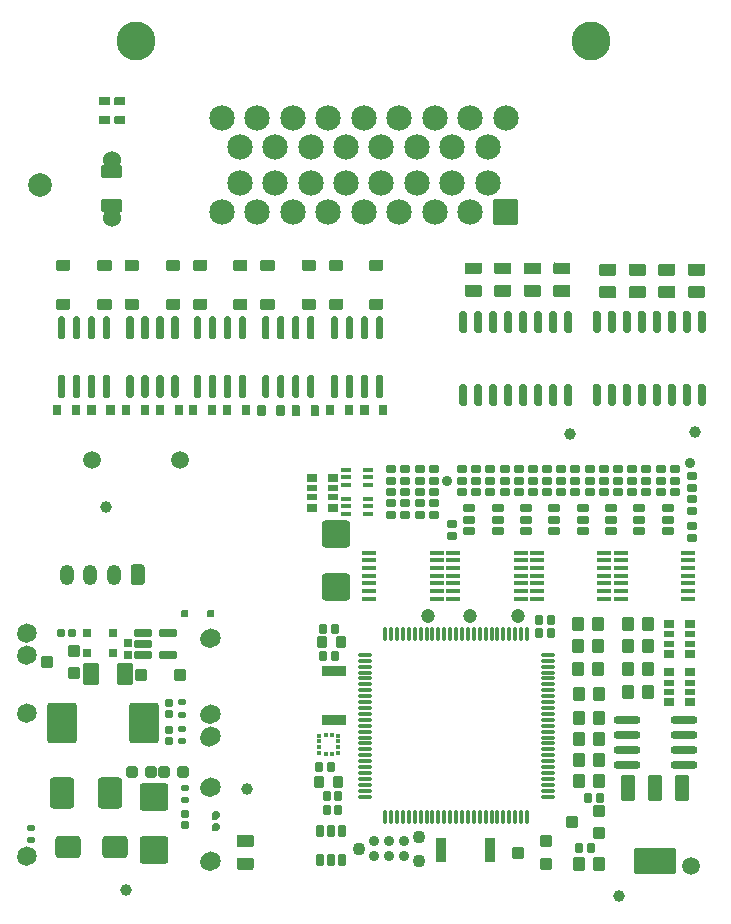
<source format=gts>
G75*
G70*
%OFA0B0*%
%FSLAX25Y25*%
%IPPOS*%
%LPD*%
%AMOC8*
5,1,8,0,0,1.08239X$1,22.5*
%
%AMM166*
21,1,0.029530,0.026380,-0.000000,-0.000000,90.000000*
21,1,0.020470,0.035430,-0.000000,-0.000000,90.000000*
1,1,0.009060,0.013190,0.010240*
1,1,0.009060,0.013190,-0.010240*
1,1,0.009060,-0.013190,-0.010240*
1,1,0.009060,-0.013190,0.010240*
%
%AMM167*
21,1,0.021650,0.027950,-0.000000,-0.000000,90.000000*
21,1,0.014170,0.035430,-0.000000,-0.000000,90.000000*
1,1,0.007480,0.013980,0.007090*
1,1,0.007480,0.013980,-0.007090*
1,1,0.007480,-0.013980,-0.007090*
1,1,0.007480,-0.013980,0.007090*
%
%AMM168*
21,1,0.016540,0.028980,-0.000000,-0.000000,270.000000*
21,1,0.010080,0.035430,-0.000000,-0.000000,270.000000*
1,1,0.006460,-0.014490,-0.005040*
1,1,0.006460,-0.014490,0.005040*
1,1,0.006460,0.014490,0.005040*
1,1,0.006460,0.014490,-0.005040*
%
%AMM169*
21,1,0.027560,0.030710,-0.000000,-0.000000,0.000000*
21,1,0.018900,0.039370,-0.000000,-0.000000,0.000000*
1,1,0.008660,0.009450,-0.015350*
1,1,0.008660,-0.009450,-0.015350*
1,1,0.008660,-0.009450,0.015350*
1,1,0.008660,0.009450,0.015350*
%
%AMM170*
21,1,0.031500,0.018900,-0.000000,-0.000000,270.000000*
21,1,0.022840,0.027560,-0.000000,-0.000000,270.000000*
1,1,0.008660,-0.009450,-0.011420*
1,1,0.008660,-0.009450,0.011420*
1,1,0.008660,0.009450,0.011420*
1,1,0.008660,0.009450,-0.011420*
%
%AMM171*
21,1,0.035430,0.072440,-0.000000,-0.000000,270.000000*
21,1,0.025200,0.082680,-0.000000,-0.000000,270.000000*
1,1,0.010240,-0.036220,-0.012600*
1,1,0.010240,-0.036220,0.012600*
1,1,0.010240,0.036220,0.012600*
1,1,0.010240,0.036220,-0.012600*
%
%AMM172*
21,1,0.031500,0.018900,-0.000000,-0.000000,0.000000*
21,1,0.022840,0.027560,-0.000000,-0.000000,0.000000*
1,1,0.008660,0.011420,-0.009450*
1,1,0.008660,-0.011420,-0.009450*
1,1,0.008660,-0.011420,0.009450*
1,1,0.008660,0.011420,0.009450*
%
%AMM173*
21,1,0.027560,0.030710,-0.000000,-0.000000,90.000000*
21,1,0.018900,0.039370,-0.000000,-0.000000,90.000000*
1,1,0.008660,0.015350,0.009450*
1,1,0.008660,0.015350,-0.009450*
1,1,0.008660,-0.015350,-0.009450*
1,1,0.008660,-0.015350,0.009450*
%
%AMM174*
21,1,0.039370,0.030320,-0.000000,-0.000000,90.000000*
21,1,0.028350,0.041340,-0.000000,-0.000000,90.000000*
1,1,0.011020,0.015160,0.014170*
1,1,0.011020,0.015160,-0.014170*
1,1,0.011020,-0.015160,-0.014170*
1,1,0.011020,-0.015160,0.014170*
%
%AMM175*
21,1,0.047240,0.075980,-0.000000,-0.000000,180.000000*
21,1,0.034650,0.088580,-0.000000,-0.000000,180.000000*
1,1,0.012600,-0.017320,0.037990*
1,1,0.012600,0.017320,0.037990*
1,1,0.012600,0.017320,-0.037990*
1,1,0.012600,-0.017320,-0.037990*
%
%AMM176*
21,1,0.043310,0.035430,-0.000000,-0.000000,180.000000*
21,1,0.031500,0.047240,-0.000000,-0.000000,180.000000*
1,1,0.011810,-0.015750,0.017720*
1,1,0.011810,0.015750,0.017720*
1,1,0.011810,0.015750,-0.017720*
1,1,0.011810,-0.015750,-0.017720*
%
%AMM177*
21,1,0.031500,0.030710,-0.000000,-0.000000,180.000000*
21,1,0.022050,0.040160,-0.000000,-0.000000,180.000000*
1,1,0.009450,-0.011020,0.015350*
1,1,0.009450,0.011020,0.015350*
1,1,0.009450,0.011020,-0.015350*
1,1,0.009450,-0.011020,-0.015350*
%
%AMM178*
21,1,0.035430,0.072440,-0.000000,-0.000000,180.000000*
21,1,0.025200,0.082680,-0.000000,-0.000000,180.000000*
1,1,0.010240,-0.012600,0.036220*
1,1,0.010240,0.012600,0.036220*
1,1,0.010240,0.012600,-0.036220*
1,1,0.010240,-0.012600,-0.036220*
%
%AMM179*
21,1,0.141730,0.067720,-0.000000,-0.000000,180.000000*
21,1,0.120870,0.088580,-0.000000,-0.000000,180.000000*
1,1,0.020870,-0.060430,0.033860*
1,1,0.020870,0.060430,0.033860*
1,1,0.020870,0.060430,-0.033860*
1,1,0.020870,-0.060430,-0.033860*
%
%AMM180*
21,1,0.047240,0.075990,-0.000000,-0.000000,180.000000*
21,1,0.034650,0.088580,-0.000000,-0.000000,180.000000*
1,1,0.012600,-0.017320,0.037990*
1,1,0.012600,0.017320,0.037990*
1,1,0.012600,0.017320,-0.037990*
1,1,0.012600,-0.017320,-0.037990*
%
%AMM181*
21,1,0.090550,0.073230,-0.000000,-0.000000,270.000000*
21,1,0.069290,0.094490,-0.000000,-0.000000,270.000000*
1,1,0.021260,-0.036610,-0.034650*
1,1,0.021260,-0.036610,0.034650*
1,1,0.021260,0.036610,0.034650*
1,1,0.021260,0.036610,-0.034650*
%
%AMM69*
21,1,0.092130,0.073230,0.000000,0.000000,270.000000*
21,1,0.069290,0.096060,0.000000,0.000000,270.000000*
1,1,0.022840,-0.036610,-0.034650*
1,1,0.022840,-0.036610,0.034650*
1,1,0.022840,0.036610,0.034650*
1,1,0.022840,0.036610,-0.034650*
%
%AMM70*
21,1,0.100000,0.111020,0.000000,0.000000,0.000000*
21,1,0.075590,0.135430,0.000000,0.000000,0.000000*
1,1,0.024410,0.037800,-0.055510*
1,1,0.024410,-0.037800,-0.055510*
1,1,0.024410,-0.037800,0.055510*
1,1,0.024410,0.037800,0.055510*
%
%AMM71*
21,1,0.080320,0.083460,0.000000,0.000000,0.000000*
21,1,0.059840,0.103940,0.000000,0.000000,0.000000*
1,1,0.020470,0.029920,-0.041730*
1,1,0.020470,-0.029920,-0.041730*
1,1,0.020470,-0.029920,0.041730*
1,1,0.020470,0.029920,0.041730*
%
%AMM72*
21,1,0.084250,0.053540,0.000000,0.000000,180.000000*
21,1,0.065350,0.072440,0.000000,0.000000,180.000000*
1,1,0.018900,-0.032680,0.026770*
1,1,0.018900,0.032680,0.026770*
1,1,0.018900,0.032680,-0.026770*
1,1,0.018900,-0.032680,-0.026770*
%
%AMM73*
21,1,0.040950,0.030320,0.000000,0.000000,90.000000*
21,1,0.028350,0.042910,0.000000,0.000000,90.000000*
1,1,0.012600,0.015160,0.014170*
1,1,0.012600,0.015160,-0.014170*
1,1,0.012600,-0.015160,-0.014170*
1,1,0.012600,-0.015160,0.014170*
%
%AMM74*
21,1,0.027170,0.052760,0.000000,0.000000,270.000000*
21,1,0.017320,0.062600,0.000000,0.000000,270.000000*
1,1,0.009840,-0.026380,-0.008660*
1,1,0.009840,-0.026380,0.008660*
1,1,0.009840,0.026380,0.008660*
1,1,0.009840,0.026380,-0.008660*
%
%AMM75*
21,1,0.041340,0.026770,0.000000,0.000000,0.000000*
21,1,0.029130,0.038980,0.000000,0.000000,0.000000*
1,1,0.012210,0.014570,-0.013390*
1,1,0.012210,-0.014570,-0.013390*
1,1,0.012210,-0.014570,0.013390*
1,1,0.012210,0.014570,0.013390*
%
%AMM76*
21,1,0.076380,0.036220,0.000000,0.000000,90.000000*
21,1,0.061810,0.050790,0.000000,0.000000,90.000000*
1,1,0.014570,0.018110,0.030910*
1,1,0.014570,0.018110,-0.030910*
1,1,0.014570,-0.018110,-0.030910*
1,1,0.014570,-0.018110,0.030910*
%
%AMM77*
21,1,0.038980,0.026770,0.000000,0.000000,0.000000*
21,1,0.026770,0.038980,0.000000,0.000000,0.000000*
1,1,0.012210,0.013390,-0.013390*
1,1,0.012210,-0.013390,-0.013390*
1,1,0.012210,-0.013390,0.013390*
1,1,0.012210,0.013390,0.013390*
%
%AMM78*
21,1,0.021260,0.016540,0.000000,0.000000,270.000000*
21,1,0.012600,0.025200,0.000000,0.000000,270.000000*
1,1,0.008660,-0.008270,-0.006300*
1,1,0.008660,-0.008270,0.006300*
1,1,0.008660,0.008270,0.006300*
1,1,0.008660,0.008270,-0.006300*
%
%AMM79*
21,1,0.029130,0.018900,0.000000,0.000000,90.000000*
21,1,0.018900,0.029130,0.000000,0.000000,90.000000*
1,1,0.010240,0.009450,0.009450*
1,1,0.010240,0.009450,-0.009450*
1,1,0.010240,-0.009450,-0.009450*
1,1,0.010240,-0.009450,0.009450*
%
%AMM80*
21,1,0.025200,0.019680,0.000000,0.000000,0.000000*
21,1,0.015750,0.029130,0.000000,0.000000,0.000000*
1,1,0.009450,0.007870,-0.009840*
1,1,0.009450,-0.007870,-0.009840*
1,1,0.009450,-0.007870,0.009840*
1,1,0.009450,0.007870,0.009840*
%
%AMM81*
21,1,0.025200,0.019680,0.000000,0.000000,270.000000*
21,1,0.015750,0.029130,0.000000,0.000000,270.000000*
1,1,0.009450,-0.009840,-0.007870*
1,1,0.009450,-0.009840,0.007870*
1,1,0.009450,0.009840,0.007870*
1,1,0.009450,0.009840,-0.007870*
%
%ADD10O,0.04724X0.06890*%
%ADD100O,0.09055X0.02756*%
%ADD107C,0.03543*%
%ADD109C,0.04724*%
%ADD11C,0.03937*%
%ADD110C,0.04294*%
%ADD14C,0.07874*%
%ADD15C,0.05906*%
%ADD16C,0.02362*%
%ADD164M69*%
%ADD165M70*%
%ADD166M71*%
%ADD167M72*%
%ADD168M73*%
%ADD169M74*%
%ADD170M75*%
%ADD171M76*%
%ADD172M77*%
%ADD173M78*%
%ADD174M79*%
%ADD175M80*%
%ADD176M81*%
%ADD177C,0.02913*%
%ADD178C,0.06457*%
%ADD285M166*%
%ADD286M167*%
%ADD287M168*%
%ADD288M169*%
%ADD289M170*%
%ADD290M171*%
%ADD291M172*%
%ADD292M173*%
%ADD293M174*%
%ADD294M175*%
%ADD295M176*%
%ADD296M177*%
%ADD297M178*%
%ADD298M179*%
%ADD299M180*%
%ADD300M181*%
%ADD38C,0.06000*%
%ADD42C,0.12992*%
%ADD43C,0.08480*%
%ADD88O,0.05118X0.01260*%
%ADD89O,0.01260X0.05118*%
%ADD90O,0.04724X0.01575*%
%ADD91C,0.03494*%
%ADD94R,0.01772X0.01378*%
%ADD95R,0.01378X0.01772*%
X0000000Y0000000D02*
%LPD*%
G01*
G36*
G01*
X0112559Y0237598D02*
X0116575Y0237598D01*
G75*
G02*
X0116929Y0237244I0000000J-000354D01*
G01*
X0116929Y0234409D01*
G75*
G02*
X0116575Y0234055I-000354J0000000D01*
G01*
X0112559Y0234055D01*
G75*
G02*
X0112204Y0234409I0000000J0000354D01*
G01*
X0112204Y0237244D01*
G75*
G02*
X0112559Y0237598I0000354J0000000D01*
G01*
G37*
G36*
G01*
X0112559Y0224606D02*
X0116575Y0224606D01*
G75*
G02*
X0116929Y0224252I0000000J-000354D01*
G01*
X0116929Y0221417D01*
G75*
G02*
X0116575Y0221063I-000354J0000000D01*
G01*
X0112559Y0221063D01*
G75*
G02*
X0112204Y0221417I0000000J0000354D01*
G01*
X0112204Y0224252D01*
G75*
G02*
X0112559Y0224606I0000354J0000000D01*
G01*
G37*
G36*
G01*
X0114606Y0191634D02*
X0113425Y0191634D01*
G75*
G02*
X0112834Y0192224I0000000J0000591D01*
G01*
X0112834Y0198720D01*
G75*
G02*
X0113425Y0199311I0000591J0000000D01*
G01*
X0114606Y0199311D01*
G75*
G02*
X0115197Y0198720I0000000J-000591D01*
G01*
X0115197Y0192224D01*
G75*
G02*
X0114606Y0191634I-000591J0000000D01*
G01*
G37*
G36*
G01*
X0119606Y0191634D02*
X0118425Y0191634D01*
G75*
G02*
X0117834Y0192224I0000000J0000591D01*
G01*
X0117834Y0198720D01*
G75*
G02*
X0118425Y0199311I0000591J0000000D01*
G01*
X0119606Y0199311D01*
G75*
G02*
X0120197Y0198720I0000000J-000591D01*
G01*
X0120197Y0192224D01*
G75*
G02*
X0119606Y0191634I-000591J0000000D01*
G01*
G37*
G36*
G01*
X0124606Y0191634D02*
X0123425Y0191634D01*
G75*
G02*
X0122834Y0192224I0000000J0000591D01*
G01*
X0122834Y0198720D01*
G75*
G02*
X0123425Y0199311I0000591J0000000D01*
G01*
X0124606Y0199311D01*
G75*
G02*
X0125197Y0198720I0000000J-000591D01*
G01*
X0125197Y0192224D01*
G75*
G02*
X0124606Y0191634I-000591J0000000D01*
G01*
G37*
G36*
G01*
X0129606Y0191634D02*
X0128425Y0191634D01*
G75*
G02*
X0127834Y0192224I0000000J0000591D01*
G01*
X0127834Y0198720D01*
G75*
G02*
X0128425Y0199311I0000591J0000000D01*
G01*
X0129606Y0199311D01*
G75*
G02*
X0130197Y0198720I0000000J-000591D01*
G01*
X0130197Y0192224D01*
G75*
G02*
X0129606Y0191634I-000591J0000000D01*
G01*
G37*
G36*
G01*
X0129606Y0211122D02*
X0128425Y0211122D01*
G75*
G02*
X0127834Y0211712I0000000J0000591D01*
G01*
X0127834Y0218208D01*
G75*
G02*
X0128425Y0218799I0000591J0000000D01*
G01*
X0129606Y0218799D01*
G75*
G02*
X0130197Y0218208I0000000J-000591D01*
G01*
X0130197Y0211712D01*
G75*
G02*
X0129606Y0211122I-000591J0000000D01*
G01*
G37*
G36*
G01*
X0124606Y0211122D02*
X0123425Y0211122D01*
G75*
G02*
X0122834Y0211712I0000000J0000591D01*
G01*
X0122834Y0218208D01*
G75*
G02*
X0123425Y0218799I0000591J0000000D01*
G01*
X0124606Y0218799D01*
G75*
G02*
X0125197Y0218208I0000000J-000591D01*
G01*
X0125197Y0211712D01*
G75*
G02*
X0124606Y0211122I-000591J0000000D01*
G01*
G37*
G36*
G01*
X0119606Y0211122D02*
X0118425Y0211122D01*
G75*
G02*
X0117834Y0211712I0000000J0000591D01*
G01*
X0117834Y0218208D01*
G75*
G02*
X0118425Y0218799I0000591J0000000D01*
G01*
X0119606Y0218799D01*
G75*
G02*
X0120197Y0218208I0000000J-000591D01*
G01*
X0120197Y0211712D01*
G75*
G02*
X0119606Y0211122I-000591J0000000D01*
G01*
G37*
G36*
G01*
X0114606Y0211122D02*
X0113425Y0211122D01*
G75*
G02*
X0112834Y0211712I0000000J0000591D01*
G01*
X0112834Y0218208D01*
G75*
G02*
X0113425Y0218799I0000591J0000000D01*
G01*
X0114606Y0218799D01*
G75*
G02*
X0115197Y0218208I0000000J-000591D01*
G01*
X0115197Y0211712D01*
G75*
G02*
X0114606Y0211122I-000591J0000000D01*
G01*
G37*
G36*
G01*
X0050787Y0135137D02*
X0050787Y0130216D01*
G75*
G02*
X0049803Y0129232I-000984J0000000D01*
G01*
X0047047Y0129232D01*
G75*
G02*
X0046063Y0130216I0000000J0000984D01*
G01*
X0046063Y0135137D01*
G75*
G02*
X0047047Y0136122I0000984J0000000D01*
G01*
X0049803Y0136122D01*
G75*
G02*
X0050787Y0135137I0000000J-000984D01*
G01*
G37*
D10*
X0040551Y0132677D03*
X0032677Y0132677D03*
X0024803Y0132677D03*
D11*
X0044488Y0027559D03*
G36*
G01*
X0207618Y0224921D02*
X0202697Y0224921D01*
G75*
G02*
X0202303Y0225315I0000000J0000394D01*
G01*
X0202303Y0228464D01*
G75*
G02*
X0202697Y0228858I0000394J0000000D01*
G01*
X0207618Y0228858D01*
G75*
G02*
X0208012Y0228464I0000000J-000394D01*
G01*
X0208012Y0225315D01*
G75*
G02*
X0207618Y0224921I-000394J0000000D01*
G01*
G37*
G36*
G01*
X0207618Y0232401D02*
X0202697Y0232401D01*
G75*
G02*
X0202303Y0232795I0000000J0000394D01*
G01*
X0202303Y0235945D01*
G75*
G02*
X0202697Y0236338I0000394J0000000D01*
G01*
X0207618Y0236338D01*
G75*
G02*
X0208012Y0235945I0000000J-000394D01*
G01*
X0208012Y0232795D01*
G75*
G02*
X0207618Y0232401I-000394J0000000D01*
G01*
G37*
G36*
G01*
X0035393Y0237598D02*
X0039409Y0237598D01*
G75*
G02*
X0039763Y0237244I0000000J-000354D01*
G01*
X0039763Y0234409D01*
G75*
G02*
X0039409Y0234055I-000354J0000000D01*
G01*
X0035393Y0234055D01*
G75*
G02*
X0035039Y0234409I0000000J0000354D01*
G01*
X0035039Y0237244D01*
G75*
G02*
X0035393Y0237598I0000354J0000000D01*
G01*
G37*
G36*
G01*
X0035393Y0224606D02*
X0039409Y0224606D01*
G75*
G02*
X0039763Y0224252I0000000J-000354D01*
G01*
X0039763Y0221417D01*
G75*
G02*
X0039409Y0221063I-000354J0000000D01*
G01*
X0035393Y0221063D01*
G75*
G02*
X0035039Y0221417I0000000J0000354D01*
G01*
X0035039Y0224252D01*
G75*
G02*
X0035393Y0224606I0000354J0000000D01*
G01*
G37*
D42*
X0199606Y0310630D03*
X0048031Y0310630D03*
G36*
G01*
X0175303Y0257382D02*
X0175303Y0249704D01*
G75*
G02*
X0174901Y0249303I-000402J0000000D01*
G01*
X0167224Y0249303D01*
G75*
G02*
X0166823Y0249704I0000000J0000402D01*
G01*
X0166823Y0257382D01*
G75*
G02*
X0167224Y0257783I0000402J0000000D01*
G01*
X0174901Y0257783D01*
G75*
G02*
X0175303Y0257382I0000000J-000402D01*
G01*
G37*
D43*
X0159252Y0253543D03*
X0147441Y0253543D03*
X0135630Y0253543D03*
X0123819Y0253543D03*
X0112008Y0253543D03*
X0100197Y0253543D03*
X0088386Y0253543D03*
X0076575Y0253543D03*
X0165157Y0263386D03*
X0153346Y0263386D03*
X0141535Y0263386D03*
X0129724Y0263386D03*
X0117913Y0263386D03*
X0106102Y0263386D03*
X0094291Y0263386D03*
X0082480Y0263386D03*
X0165157Y0275197D03*
X0153346Y0275197D03*
X0141535Y0275197D03*
X0129724Y0275197D03*
X0117913Y0275197D03*
X0106102Y0275197D03*
X0094291Y0275197D03*
X0082480Y0275197D03*
X0171063Y0285039D03*
X0159252Y0285039D03*
X0147441Y0285039D03*
X0135630Y0285039D03*
X0123819Y0285039D03*
X0112008Y0285039D03*
X0100197Y0285039D03*
X0088386Y0285039D03*
X0076575Y0285039D03*
G36*
G01*
X0043110Y0186063D02*
X0043110Y0189134D01*
G75*
G02*
X0043386Y0189409I0000276J0000000D01*
G01*
X0045590Y0189409D01*
G75*
G02*
X0045866Y0189134I0000000J-000276D01*
G01*
X0045866Y0186063D01*
G75*
G02*
X0045590Y0185787I-000276J0000000D01*
G01*
X0043386Y0185787D01*
G75*
G02*
X0043110Y0186063I0000000J0000276D01*
G01*
G37*
G36*
G01*
X0049409Y0186063D02*
X0049409Y0189134D01*
G75*
G02*
X0049685Y0189409I0000276J0000000D01*
G01*
X0051889Y0189409D01*
G75*
G02*
X0052165Y0189134I0000000J-000276D01*
G01*
X0052165Y0186063D01*
G75*
G02*
X0051889Y0185787I-000276J0000000D01*
G01*
X0049685Y0185787D01*
G75*
G02*
X0049409Y0186063I0000000J0000276D01*
G01*
G37*
G36*
G01*
X0172610Y0225364D02*
X0167688Y0225364D01*
G75*
G02*
X0167295Y0225758I0000000J0000394D01*
G01*
X0167295Y0228907D01*
G75*
G02*
X0167688Y0229301I0000394J0000000D01*
G01*
X0172610Y0229301D01*
G75*
G02*
X0173003Y0228907I0000000J-000394D01*
G01*
X0173003Y0225758D01*
G75*
G02*
X0172610Y0225364I-000394J0000000D01*
G01*
G37*
G36*
G01*
X0172610Y0232844D02*
X0167688Y0232844D01*
G75*
G02*
X0167295Y0233238I0000000J0000394D01*
G01*
X0167295Y0236388D01*
G75*
G02*
X0167688Y0236781I0000394J0000000D01*
G01*
X0172610Y0236781D01*
G75*
G02*
X0173003Y0236388I0000000J-000394D01*
G01*
X0173003Y0233238D01*
G75*
G02*
X0172610Y0232844I-000394J0000000D01*
G01*
G37*
D11*
X0192519Y0179527D03*
D14*
X0015748Y0262598D03*
G36*
G01*
X0035866Y0291929D02*
X0038937Y0291929D01*
G75*
G02*
X0039212Y0291653I0000000J-000276D01*
G01*
X0039212Y0289449D01*
G75*
G02*
X0038937Y0289173I-000276J0000000D01*
G01*
X0035866Y0289173D01*
G75*
G02*
X0035590Y0289449I0000000J0000276D01*
G01*
X0035590Y0291653D01*
G75*
G02*
X0035866Y0291929I0000276J0000000D01*
G01*
G37*
G36*
G01*
X0035866Y0285630D02*
X0038937Y0285630D01*
G75*
G02*
X0039212Y0285354I0000000J-000276D01*
G01*
X0039212Y0283149D01*
G75*
G02*
X0038937Y0282874I-000276J0000000D01*
G01*
X0035866Y0282874D01*
G75*
G02*
X0035590Y0283149I0000000J0000276D01*
G01*
X0035590Y0285354D01*
G75*
G02*
X0035866Y0285630I0000276J0000000D01*
G01*
G37*
G36*
G01*
X0091771Y0191634D02*
X0090590Y0191634D01*
G75*
G02*
X0090000Y0192224I0000000J0000591D01*
G01*
X0090000Y0198720D01*
G75*
G02*
X0090590Y0199311I0000591J0000000D01*
G01*
X0091771Y0199311D01*
G75*
G02*
X0092362Y0198720I0000000J-000591D01*
G01*
X0092362Y0192224D01*
G75*
G02*
X0091771Y0191634I-000591J0000000D01*
G01*
G37*
G36*
G01*
X0096771Y0191634D02*
X0095590Y0191634D01*
G75*
G02*
X0095000Y0192224I0000000J0000591D01*
G01*
X0095000Y0198720D01*
G75*
G02*
X0095590Y0199311I0000591J0000000D01*
G01*
X0096771Y0199311D01*
G75*
G02*
X0097362Y0198720I0000000J-000591D01*
G01*
X0097362Y0192224D01*
G75*
G02*
X0096771Y0191634I-000591J0000000D01*
G01*
G37*
G36*
G01*
X0101771Y0191634D02*
X0100590Y0191634D01*
G75*
G02*
X0100000Y0192224I0000000J0000591D01*
G01*
X0100000Y0198720D01*
G75*
G02*
X0100590Y0199311I0000591J0000000D01*
G01*
X0101771Y0199311D01*
G75*
G02*
X0102362Y0198720I0000000J-000591D01*
G01*
X0102362Y0192224D01*
G75*
G02*
X0101771Y0191634I-000591J0000000D01*
G01*
G37*
G36*
G01*
X0106771Y0191634D02*
X0105590Y0191634D01*
G75*
G02*
X0105000Y0192224I0000000J0000591D01*
G01*
X0105000Y0198720D01*
G75*
G02*
X0105590Y0199311I0000591J0000000D01*
G01*
X0106771Y0199311D01*
G75*
G02*
X0107362Y0198720I0000000J-000591D01*
G01*
X0107362Y0192224D01*
G75*
G02*
X0106771Y0191634I-000591J0000000D01*
G01*
G37*
G36*
G01*
X0106771Y0211122D02*
X0105590Y0211122D01*
G75*
G02*
X0105000Y0211712I0000000J0000591D01*
G01*
X0105000Y0218208D01*
G75*
G02*
X0105590Y0218799I0000591J0000000D01*
G01*
X0106771Y0218799D01*
G75*
G02*
X0107362Y0218208I0000000J-000591D01*
G01*
X0107362Y0211712D01*
G75*
G02*
X0106771Y0211122I-000591J0000000D01*
G01*
G37*
G36*
G01*
X0101771Y0211122D02*
X0100590Y0211122D01*
G75*
G02*
X0100000Y0211712I0000000J0000591D01*
G01*
X0100000Y0218208D01*
G75*
G02*
X0100590Y0218799I0000591J0000000D01*
G01*
X0101771Y0218799D01*
G75*
G02*
X0102362Y0218208I0000000J-000591D01*
G01*
X0102362Y0211712D01*
G75*
G02*
X0101771Y0211122I-000591J0000000D01*
G01*
G37*
G36*
G01*
X0096771Y0211122D02*
X0095590Y0211122D01*
G75*
G02*
X0095000Y0211712I0000000J0000591D01*
G01*
X0095000Y0218208D01*
G75*
G02*
X0095590Y0218799I0000591J0000000D01*
G01*
X0096771Y0218799D01*
G75*
G02*
X0097362Y0218208I0000000J-000591D01*
G01*
X0097362Y0211712D01*
G75*
G02*
X0096771Y0211122I-000591J0000000D01*
G01*
G37*
G36*
G01*
X0091771Y0211122D02*
X0090590Y0211122D01*
G75*
G02*
X0090000Y0211712I0000000J0000591D01*
G01*
X0090000Y0218208D01*
G75*
G02*
X0090590Y0218799I0000591J0000000D01*
G01*
X0091771Y0218799D01*
G75*
G02*
X0092362Y0218208I0000000J-000591D01*
G01*
X0092362Y0211712D01*
G75*
G02*
X0091771Y0211122I-000591J0000000D01*
G01*
G37*
G36*
G01*
X0044055Y0282874D02*
X0040984Y0282874D01*
G75*
G02*
X0040708Y0283149I0000000J0000276D01*
G01*
X0040708Y0285354D01*
G75*
G02*
X0040984Y0285630I0000276J0000000D01*
G01*
X0044055Y0285630D01*
G75*
G02*
X0044330Y0285354I0000000J-000276D01*
G01*
X0044330Y0283149D01*
G75*
G02*
X0044055Y0282874I-000276J0000000D01*
G01*
G37*
G36*
G01*
X0044055Y0289173D02*
X0040984Y0289173D01*
G75*
G02*
X0040708Y0289449I0000000J0000276D01*
G01*
X0040708Y0291653D01*
G75*
G02*
X0040984Y0291929I0000276J0000000D01*
G01*
X0044055Y0291929D01*
G75*
G02*
X0044330Y0291653I0000000J-000276D01*
G01*
X0044330Y0289449D01*
G75*
G02*
X0044055Y0289173I-000276J0000000D01*
G01*
G37*
G36*
G01*
X0023661Y0191634D02*
X0022480Y0191634D01*
G75*
G02*
X0021889Y0192224I0000000J0000591D01*
G01*
X0021889Y0198720D01*
G75*
G02*
X0022480Y0199311I0000591J0000000D01*
G01*
X0023661Y0199311D01*
G75*
G02*
X0024252Y0198720I0000000J-000591D01*
G01*
X0024252Y0192224D01*
G75*
G02*
X0023661Y0191634I-000591J0000000D01*
G01*
G37*
G36*
G01*
X0028661Y0191634D02*
X0027480Y0191634D01*
G75*
G02*
X0026889Y0192224I0000000J0000591D01*
G01*
X0026889Y0198720D01*
G75*
G02*
X0027480Y0199311I0000591J0000000D01*
G01*
X0028661Y0199311D01*
G75*
G02*
X0029252Y0198720I0000000J-000591D01*
G01*
X0029252Y0192224D01*
G75*
G02*
X0028661Y0191634I-000591J0000000D01*
G01*
G37*
G36*
G01*
X0033661Y0191634D02*
X0032480Y0191634D01*
G75*
G02*
X0031889Y0192224I0000000J0000591D01*
G01*
X0031889Y0198720D01*
G75*
G02*
X0032480Y0199311I0000591J0000000D01*
G01*
X0033661Y0199311D01*
G75*
G02*
X0034252Y0198720I0000000J-000591D01*
G01*
X0034252Y0192224D01*
G75*
G02*
X0033661Y0191634I-000591J0000000D01*
G01*
G37*
G36*
G01*
X0038661Y0191634D02*
X0037480Y0191634D01*
G75*
G02*
X0036889Y0192224I0000000J0000591D01*
G01*
X0036889Y0198720D01*
G75*
G02*
X0037480Y0199311I0000591J0000000D01*
G01*
X0038661Y0199311D01*
G75*
G02*
X0039252Y0198720I0000000J-000591D01*
G01*
X0039252Y0192224D01*
G75*
G02*
X0038661Y0191634I-000591J0000000D01*
G01*
G37*
G36*
G01*
X0038661Y0211122D02*
X0037480Y0211122D01*
G75*
G02*
X0036889Y0211712I0000000J0000591D01*
G01*
X0036889Y0218208D01*
G75*
G02*
X0037480Y0218799I0000591J0000000D01*
G01*
X0038661Y0218799D01*
G75*
G02*
X0039252Y0218208I0000000J-000591D01*
G01*
X0039252Y0211712D01*
G75*
G02*
X0038661Y0211122I-000591J0000000D01*
G01*
G37*
G36*
G01*
X0033661Y0211122D02*
X0032480Y0211122D01*
G75*
G02*
X0031889Y0211712I0000000J0000591D01*
G01*
X0031889Y0218208D01*
G75*
G02*
X0032480Y0218799I0000591J0000000D01*
G01*
X0033661Y0218799D01*
G75*
G02*
X0034252Y0218208I0000000J-000591D01*
G01*
X0034252Y0211712D01*
G75*
G02*
X0033661Y0211122I-000591J0000000D01*
G01*
G37*
G36*
G01*
X0028661Y0211122D02*
X0027480Y0211122D01*
G75*
G02*
X0026889Y0211712I0000000J0000591D01*
G01*
X0026889Y0218208D01*
G75*
G02*
X0027480Y0218799I0000591J0000000D01*
G01*
X0028661Y0218799D01*
G75*
G02*
X0029252Y0218208I0000000J-000591D01*
G01*
X0029252Y0211712D01*
G75*
G02*
X0028661Y0211122I-000591J0000000D01*
G01*
G37*
G36*
G01*
X0023661Y0211122D02*
X0022480Y0211122D01*
G75*
G02*
X0021889Y0211712I0000000J0000591D01*
G01*
X0021889Y0218208D01*
G75*
G02*
X0022480Y0218799I0000591J0000000D01*
G01*
X0023661Y0218799D01*
G75*
G02*
X0024252Y0218208I0000000J-000591D01*
G01*
X0024252Y0211712D01*
G75*
G02*
X0023661Y0211122I-000591J0000000D01*
G01*
G37*
G36*
G01*
X0044449Y0237598D02*
X0048464Y0237598D01*
G75*
G02*
X0048819Y0237244I0000000J-000354D01*
G01*
X0048819Y0234409D01*
G75*
G02*
X0048464Y0234055I-000354J0000000D01*
G01*
X0044449Y0234055D01*
G75*
G02*
X0044094Y0234409I0000000J0000354D01*
G01*
X0044094Y0237244D01*
G75*
G02*
X0044449Y0237598I0000354J0000000D01*
G01*
G37*
G36*
G01*
X0044449Y0224606D02*
X0048464Y0224606D01*
G75*
G02*
X0048819Y0224252I0000000J-000354D01*
G01*
X0048819Y0221417D01*
G75*
G02*
X0048464Y0221063I-000354J0000000D01*
G01*
X0044449Y0221063D01*
G75*
G02*
X0044094Y0221417I0000000J0000354D01*
G01*
X0044094Y0224252D01*
G75*
G02*
X0044449Y0224606I0000354J0000000D01*
G01*
G37*
G36*
G01*
X0065551Y0186063D02*
X0065551Y0189134D01*
G75*
G02*
X0065826Y0189409I0000276J0000000D01*
G01*
X0068031Y0189409D01*
G75*
G02*
X0068307Y0189134I0000000J-000276D01*
G01*
X0068307Y0186063D01*
G75*
G02*
X0068031Y0185787I-000276J0000000D01*
G01*
X0065826Y0185787D01*
G75*
G02*
X0065551Y0186063I0000000J0000276D01*
G01*
G37*
G36*
G01*
X0071850Y0186063D02*
X0071850Y0189134D01*
G75*
G02*
X0072126Y0189409I0000276J0000000D01*
G01*
X0074330Y0189409D01*
G75*
G02*
X0074606Y0189134I0000000J-000276D01*
G01*
X0074606Y0186063D01*
G75*
G02*
X0074330Y0185787I-000276J0000000D01*
G01*
X0072126Y0185787D01*
G75*
G02*
X0071850Y0186063I0000000J0000276D01*
G01*
G37*
G36*
G01*
X0103504Y0237598D02*
X0107519Y0237598D01*
G75*
G02*
X0107874Y0237244I0000000J-000354D01*
G01*
X0107874Y0234409D01*
G75*
G02*
X0107519Y0234055I-000354J0000000D01*
G01*
X0103504Y0234055D01*
G75*
G02*
X0103149Y0234409I0000000J0000354D01*
G01*
X0103149Y0237244D01*
G75*
G02*
X0103504Y0237598I0000354J0000000D01*
G01*
G37*
G36*
G01*
X0103504Y0224606D02*
X0107519Y0224606D01*
G75*
G02*
X0107874Y0224252I0000000J-000354D01*
G01*
X0107874Y0221417D01*
G75*
G02*
X0107519Y0221063I-000354J0000000D01*
G01*
X0103504Y0221063D01*
G75*
G02*
X0103149Y0221417I0000000J0000354D01*
G01*
X0103149Y0224252D01*
G75*
G02*
X0103504Y0224606I0000354J0000000D01*
G01*
G37*
D15*
X0072342Y0111122D03*
X0072342Y0085925D03*
X0072342Y0078445D03*
X0072342Y0061515D03*
D16*
X0074114Y0052067D03*
X0074114Y0048130D03*
D15*
X0072342Y0036909D03*
X0011319Y0112893D03*
X0011319Y0105610D03*
X0011319Y0086122D03*
X0011319Y0038681D03*
G36*
G01*
X0020275Y0186063D02*
X0020275Y0189134D01*
G75*
G02*
X0020551Y0189409I0000276J0000000D01*
G01*
X0022756Y0189409D01*
G75*
G02*
X0023031Y0189134I0000000J-000276D01*
G01*
X0023031Y0186063D01*
G75*
G02*
X0022756Y0185787I-000276J0000000D01*
G01*
X0020551Y0185787D01*
G75*
G02*
X0020275Y0186063I0000000J0000276D01*
G01*
G37*
G36*
G01*
X0026575Y0186063D02*
X0026575Y0189134D01*
G75*
G02*
X0026850Y0189409I0000276J0000000D01*
G01*
X0029055Y0189409D01*
G75*
G02*
X0029330Y0189134I0000000J-000276D01*
G01*
X0029330Y0186063D01*
G75*
G02*
X0029055Y0185787I-000276J0000000D01*
G01*
X0026850Y0185787D01*
G75*
G02*
X0026575Y0186063I0000000J0000276D01*
G01*
G37*
D11*
X0085039Y0061417D03*
X0209055Y0025590D03*
G36*
G01*
X0182464Y0225364D02*
X0177542Y0225364D01*
G75*
G02*
X0177149Y0225758I0000000J0000394D01*
G01*
X0177149Y0228907D01*
G75*
G02*
X0177542Y0229301I0000394J0000000D01*
G01*
X0182464Y0229301D01*
G75*
G02*
X0182857Y0228907I0000000J-000394D01*
G01*
X0182857Y0225758D01*
G75*
G02*
X0182464Y0225364I-000394J0000000D01*
G01*
G37*
G36*
G01*
X0182464Y0232844D02*
X0177542Y0232844D01*
G75*
G02*
X0177149Y0233238I0000000J0000394D01*
G01*
X0177149Y0236388D01*
G75*
G02*
X0177542Y0236781I0000394J0000000D01*
G01*
X0182464Y0236781D01*
G75*
G02*
X0182857Y0236388I0000000J-000394D01*
G01*
X0182857Y0233238D01*
G75*
G02*
X0182464Y0232844I-000394J0000000D01*
G01*
G37*
G36*
G01*
X0217472Y0224921D02*
X0212551Y0224921D01*
G75*
G02*
X0212157Y0225315I0000000J0000394D01*
G01*
X0212157Y0228464D01*
G75*
G02*
X0212551Y0228858I0000394J0000000D01*
G01*
X0217472Y0228858D01*
G75*
G02*
X0217866Y0228464I0000000J-000394D01*
G01*
X0217866Y0225315D01*
G75*
G02*
X0217472Y0224921I-000394J0000000D01*
G01*
G37*
G36*
G01*
X0217472Y0232401D02*
X0212551Y0232401D01*
G75*
G02*
X0212157Y0232795I0000000J0000394D01*
G01*
X0212157Y0235945D01*
G75*
G02*
X0212551Y0236338I0000394J0000000D01*
G01*
X0217472Y0236338D01*
G75*
G02*
X0217866Y0235945I0000000J-000394D01*
G01*
X0217866Y0232795D01*
G75*
G02*
X0217472Y0232401I-000394J0000000D01*
G01*
G37*
G36*
G01*
X0046496Y0191634D02*
X0045315Y0191634D01*
G75*
G02*
X0044724Y0192224I0000000J0000591D01*
G01*
X0044724Y0198720D01*
G75*
G02*
X0045315Y0199311I0000591J0000000D01*
G01*
X0046496Y0199311D01*
G75*
G02*
X0047086Y0198720I0000000J-000591D01*
G01*
X0047086Y0192224D01*
G75*
G02*
X0046496Y0191634I-000591J0000000D01*
G01*
G37*
G36*
G01*
X0051496Y0191634D02*
X0050315Y0191634D01*
G75*
G02*
X0049724Y0192224I0000000J0000591D01*
G01*
X0049724Y0198720D01*
G75*
G02*
X0050315Y0199311I0000591J0000000D01*
G01*
X0051496Y0199311D01*
G75*
G02*
X0052086Y0198720I0000000J-000591D01*
G01*
X0052086Y0192224D01*
G75*
G02*
X0051496Y0191634I-000591J0000000D01*
G01*
G37*
G36*
G01*
X0056496Y0191634D02*
X0055315Y0191634D01*
G75*
G02*
X0054724Y0192224I0000000J0000591D01*
G01*
X0054724Y0198720D01*
G75*
G02*
X0055315Y0199311I0000591J0000000D01*
G01*
X0056496Y0199311D01*
G75*
G02*
X0057086Y0198720I0000000J-000591D01*
G01*
X0057086Y0192224D01*
G75*
G02*
X0056496Y0191634I-000591J0000000D01*
G01*
G37*
G36*
G01*
X0061496Y0191634D02*
X0060315Y0191634D01*
G75*
G02*
X0059724Y0192224I0000000J0000591D01*
G01*
X0059724Y0198720D01*
G75*
G02*
X0060315Y0199311I0000591J0000000D01*
G01*
X0061496Y0199311D01*
G75*
G02*
X0062086Y0198720I0000000J-000591D01*
G01*
X0062086Y0192224D01*
G75*
G02*
X0061496Y0191634I-000591J0000000D01*
G01*
G37*
G36*
G01*
X0061496Y0211122D02*
X0060315Y0211122D01*
G75*
G02*
X0059724Y0211712I0000000J0000591D01*
G01*
X0059724Y0218208D01*
G75*
G02*
X0060315Y0218799I0000591J0000000D01*
G01*
X0061496Y0218799D01*
G75*
G02*
X0062086Y0218208I0000000J-000591D01*
G01*
X0062086Y0211712D01*
G75*
G02*
X0061496Y0211122I-000591J0000000D01*
G01*
G37*
G36*
G01*
X0056496Y0211122D02*
X0055315Y0211122D01*
G75*
G02*
X0054724Y0211712I0000000J0000591D01*
G01*
X0054724Y0218208D01*
G75*
G02*
X0055315Y0218799I0000591J0000000D01*
G01*
X0056496Y0218799D01*
G75*
G02*
X0057086Y0218208I0000000J-000591D01*
G01*
X0057086Y0211712D01*
G75*
G02*
X0056496Y0211122I-000591J0000000D01*
G01*
G37*
G36*
G01*
X0051496Y0211122D02*
X0050315Y0211122D01*
G75*
G02*
X0049724Y0211712I0000000J0000591D01*
G01*
X0049724Y0218208D01*
G75*
G02*
X0050315Y0218799I0000591J0000000D01*
G01*
X0051496Y0218799D01*
G75*
G02*
X0052086Y0218208I0000000J-000591D01*
G01*
X0052086Y0211712D01*
G75*
G02*
X0051496Y0211122I-000591J0000000D01*
G01*
G37*
G36*
G01*
X0046496Y0211122D02*
X0045315Y0211122D01*
G75*
G02*
X0044724Y0211712I0000000J0000591D01*
G01*
X0044724Y0218208D01*
G75*
G02*
X0045315Y0218799I0000591J0000000D01*
G01*
X0046496Y0218799D01*
G75*
G02*
X0047086Y0218208I0000000J-000591D01*
G01*
X0047086Y0211712D01*
G75*
G02*
X0046496Y0211122I-000591J0000000D01*
G01*
G37*
X0037795Y0155118D03*
G36*
G01*
X0081791Y0045866D02*
X0086712Y0045866D01*
G75*
G02*
X0087106Y0045472I0000000J-000394D01*
G01*
X0087106Y0042323D01*
G75*
G02*
X0086712Y0041929I-000394J0000000D01*
G01*
X0081791Y0041929D01*
G75*
G02*
X0081397Y0042323I0000000J0000394D01*
G01*
X0081397Y0045472D01*
G75*
G02*
X0081791Y0045866I0000394J0000000D01*
G01*
G37*
G36*
G01*
X0081791Y0038385D02*
X0086712Y0038385D01*
G75*
G02*
X0087106Y0037992I0000000J-000394D01*
G01*
X0087106Y0034842D01*
G75*
G02*
X0086712Y0034448I-000394J0000000D01*
G01*
X0081791Y0034448D01*
G75*
G02*
X0081397Y0034842I0000000J0000394D01*
G01*
X0081397Y0037992D01*
G75*
G02*
X0081791Y0038385I0000394J0000000D01*
G01*
G37*
G36*
G01*
X0125945Y0237598D02*
X0129960Y0237598D01*
G75*
G02*
X0130315Y0237244I0000000J-000354D01*
G01*
X0130315Y0234409D01*
G75*
G02*
X0129960Y0234055I-000354J0000000D01*
G01*
X0125945Y0234055D01*
G75*
G02*
X0125590Y0234409I0000000J0000354D01*
G01*
X0125590Y0237244D01*
G75*
G02*
X0125945Y0237598I0000354J0000000D01*
G01*
G37*
G36*
G01*
X0125945Y0224606D02*
X0129960Y0224606D01*
G75*
G02*
X0130315Y0224252I0000000J-000354D01*
G01*
X0130315Y0221417D01*
G75*
G02*
X0129960Y0221063I-000354J0000000D01*
G01*
X0125945Y0221063D01*
G75*
G02*
X0125590Y0221417I0000000J0000354D01*
G01*
X0125590Y0224252D01*
G75*
G02*
X0125945Y0224606I0000354J0000000D01*
G01*
G37*
G36*
G01*
X0089724Y0237598D02*
X0093740Y0237598D01*
G75*
G02*
X0094094Y0237244I0000000J-000354D01*
G01*
X0094094Y0234409D01*
G75*
G02*
X0093740Y0234055I-000354J0000000D01*
G01*
X0089724Y0234055D01*
G75*
G02*
X0089370Y0234409I0000000J0000354D01*
G01*
X0089370Y0237244D01*
G75*
G02*
X0089724Y0237598I0000354J0000000D01*
G01*
G37*
G36*
G01*
X0089724Y0224606D02*
X0093740Y0224606D01*
G75*
G02*
X0094094Y0224252I0000000J-000354D01*
G01*
X0094094Y0221417D01*
G75*
G02*
X0093740Y0221063I-000354J0000000D01*
G01*
X0089724Y0221063D01*
G75*
G02*
X0089370Y0221417I0000000J0000354D01*
G01*
X0089370Y0224252D01*
G75*
G02*
X0089724Y0224606I0000354J0000000D01*
G01*
G37*
G36*
G01*
X0080669Y0237598D02*
X0084685Y0237598D01*
G75*
G02*
X0085039Y0237244I0000000J-000354D01*
G01*
X0085039Y0234409D01*
G75*
G02*
X0084685Y0234055I-000354J0000000D01*
G01*
X0080669Y0234055D01*
G75*
G02*
X0080315Y0234409I0000000J0000354D01*
G01*
X0080315Y0237244D01*
G75*
G02*
X0080669Y0237598I0000354J0000000D01*
G01*
G37*
G36*
G01*
X0080669Y0224606D02*
X0084685Y0224606D01*
G75*
G02*
X0085039Y0224252I0000000J-000354D01*
G01*
X0085039Y0221417D01*
G75*
G02*
X0084685Y0221063I-000354J0000000D01*
G01*
X0080669Y0221063D01*
G75*
G02*
X0080315Y0221417I0000000J0000354D01*
G01*
X0080315Y0224252D01*
G75*
G02*
X0080669Y0224606I0000354J0000000D01*
G01*
G37*
G36*
G01*
X0191328Y0220492D02*
X0192608Y0220492D01*
G75*
G02*
X0193248Y0219852I0000000J-000640D01*
G01*
X0193248Y0213947D01*
G75*
G02*
X0192608Y0213307I-000640J0000000D01*
G01*
X0191328Y0213307D01*
G75*
G02*
X0190689Y0213947I0000000J0000640D01*
G01*
X0190689Y0219852D01*
G75*
G02*
X0191328Y0220492I0000640J0000000D01*
G01*
G37*
G36*
G01*
X0186328Y0220492D02*
X0187608Y0220492D01*
G75*
G02*
X0188248Y0219852I0000000J-000640D01*
G01*
X0188248Y0213947D01*
G75*
G02*
X0187608Y0213307I-000640J0000000D01*
G01*
X0186328Y0213307D01*
G75*
G02*
X0185689Y0213947I0000000J0000640D01*
G01*
X0185689Y0219852D01*
G75*
G02*
X0186328Y0220492I0000640J0000000D01*
G01*
G37*
G36*
G01*
X0181328Y0220492D02*
X0182608Y0220492D01*
G75*
G02*
X0183248Y0219852I0000000J-000640D01*
G01*
X0183248Y0213947D01*
G75*
G02*
X0182608Y0213307I-000640J0000000D01*
G01*
X0181328Y0213307D01*
G75*
G02*
X0180689Y0213947I0000000J0000640D01*
G01*
X0180689Y0219852D01*
G75*
G02*
X0181328Y0220492I0000640J0000000D01*
G01*
G37*
G36*
G01*
X0176328Y0220492D02*
X0177608Y0220492D01*
G75*
G02*
X0178248Y0219852I0000000J-000640D01*
G01*
X0178248Y0213947D01*
G75*
G02*
X0177608Y0213307I-000640J0000000D01*
G01*
X0176328Y0213307D01*
G75*
G02*
X0175689Y0213947I0000000J0000640D01*
G01*
X0175689Y0219852D01*
G75*
G02*
X0176328Y0220492I0000640J0000000D01*
G01*
G37*
G36*
G01*
X0171328Y0220492D02*
X0172608Y0220492D01*
G75*
G02*
X0173248Y0219852I0000000J-000640D01*
G01*
X0173248Y0213947D01*
G75*
G02*
X0172608Y0213307I-000640J0000000D01*
G01*
X0171328Y0213307D01*
G75*
G02*
X0170689Y0213947I0000000J0000640D01*
G01*
X0170689Y0219852D01*
G75*
G02*
X0171328Y0220492I0000640J0000000D01*
G01*
G37*
G36*
G01*
X0166328Y0220492D02*
X0167608Y0220492D01*
G75*
G02*
X0168248Y0219852I0000000J-000640D01*
G01*
X0168248Y0213947D01*
G75*
G02*
X0167608Y0213307I-000640J0000000D01*
G01*
X0166328Y0213307D01*
G75*
G02*
X0165689Y0213947I0000000J0000640D01*
G01*
X0165689Y0219852D01*
G75*
G02*
X0166328Y0220492I0000640J0000000D01*
G01*
G37*
G36*
G01*
X0161328Y0220492D02*
X0162608Y0220492D01*
G75*
G02*
X0163248Y0219852I0000000J-000640D01*
G01*
X0163248Y0213947D01*
G75*
G02*
X0162608Y0213307I-000640J0000000D01*
G01*
X0161328Y0213307D01*
G75*
G02*
X0160689Y0213947I0000000J0000640D01*
G01*
X0160689Y0219852D01*
G75*
G02*
X0161328Y0220492I0000640J0000000D01*
G01*
G37*
G36*
G01*
X0156328Y0220492D02*
X0157608Y0220492D01*
G75*
G02*
X0158248Y0219852I0000000J-000640D01*
G01*
X0158248Y0213947D01*
G75*
G02*
X0157608Y0213307I-000640J0000000D01*
G01*
X0156328Y0213307D01*
G75*
G02*
X0155689Y0213947I0000000J0000640D01*
G01*
X0155689Y0219852D01*
G75*
G02*
X0156328Y0220492I0000640J0000000D01*
G01*
G37*
G36*
G01*
X0156328Y0196181D02*
X0157608Y0196181D01*
G75*
G02*
X0158248Y0195541I0000000J-000640D01*
G01*
X0158248Y0189636D01*
G75*
G02*
X0157608Y0188996I-000640J0000000D01*
G01*
X0156328Y0188996D01*
G75*
G02*
X0155689Y0189636I0000000J0000640D01*
G01*
X0155689Y0195541D01*
G75*
G02*
X0156328Y0196181I0000640J0000000D01*
G01*
G37*
G36*
G01*
X0161328Y0196181D02*
X0162608Y0196181D01*
G75*
G02*
X0163248Y0195541I0000000J-000640D01*
G01*
X0163248Y0189636D01*
G75*
G02*
X0162608Y0188996I-000640J0000000D01*
G01*
X0161328Y0188996D01*
G75*
G02*
X0160689Y0189636I0000000J0000640D01*
G01*
X0160689Y0195541D01*
G75*
G02*
X0161328Y0196181I0000640J0000000D01*
G01*
G37*
G36*
G01*
X0166328Y0196181D02*
X0167608Y0196181D01*
G75*
G02*
X0168248Y0195541I0000000J-000640D01*
G01*
X0168248Y0189636D01*
G75*
G02*
X0167608Y0188996I-000640J0000000D01*
G01*
X0166328Y0188996D01*
G75*
G02*
X0165689Y0189636I0000000J0000640D01*
G01*
X0165689Y0195541D01*
G75*
G02*
X0166328Y0196181I0000640J0000000D01*
G01*
G37*
G36*
G01*
X0171328Y0196181D02*
X0172608Y0196181D01*
G75*
G02*
X0173248Y0195541I0000000J-000640D01*
G01*
X0173248Y0189636D01*
G75*
G02*
X0172608Y0188996I-000640J0000000D01*
G01*
X0171328Y0188996D01*
G75*
G02*
X0170689Y0189636I0000000J0000640D01*
G01*
X0170689Y0195541D01*
G75*
G02*
X0171328Y0196181I0000640J0000000D01*
G01*
G37*
G36*
G01*
X0176328Y0196181D02*
X0177608Y0196181D01*
G75*
G02*
X0178248Y0195541I0000000J-000640D01*
G01*
X0178248Y0189636D01*
G75*
G02*
X0177608Y0188996I-000640J0000000D01*
G01*
X0176328Y0188996D01*
G75*
G02*
X0175689Y0189636I0000000J0000640D01*
G01*
X0175689Y0195541D01*
G75*
G02*
X0176328Y0196181I0000640J0000000D01*
G01*
G37*
G36*
G01*
X0181328Y0196181D02*
X0182608Y0196181D01*
G75*
G02*
X0183248Y0195541I0000000J-000640D01*
G01*
X0183248Y0189636D01*
G75*
G02*
X0182608Y0188996I-000640J0000000D01*
G01*
X0181328Y0188996D01*
G75*
G02*
X0180689Y0189636I0000000J0000640D01*
G01*
X0180689Y0195541D01*
G75*
G02*
X0181328Y0196181I0000640J0000000D01*
G01*
G37*
G36*
G01*
X0186328Y0196181D02*
X0187608Y0196181D01*
G75*
G02*
X0188248Y0195541I0000000J-000640D01*
G01*
X0188248Y0189636D01*
G75*
G02*
X0187608Y0188996I-000640J0000000D01*
G01*
X0186328Y0188996D01*
G75*
G02*
X0185689Y0189636I0000000J0000640D01*
G01*
X0185689Y0195541D01*
G75*
G02*
X0186328Y0196181I0000640J0000000D01*
G01*
G37*
G36*
G01*
X0191328Y0196181D02*
X0192608Y0196181D01*
G75*
G02*
X0193248Y0195541I0000000J-000640D01*
G01*
X0193248Y0189636D01*
G75*
G02*
X0192608Y0188996I-000640J0000000D01*
G01*
X0191328Y0188996D01*
G75*
G02*
X0190689Y0189636I0000000J0000640D01*
G01*
X0190689Y0195541D01*
G75*
G02*
X0191328Y0196181I0000640J0000000D01*
G01*
G37*
G36*
G01*
X0227326Y0224921D02*
X0222405Y0224921D01*
G75*
G02*
X0222011Y0225315I0000000J0000394D01*
G01*
X0222011Y0228464D01*
G75*
G02*
X0222405Y0228858I0000394J0000000D01*
G01*
X0227326Y0228858D01*
G75*
G02*
X0227720Y0228464I0000000J-000394D01*
G01*
X0227720Y0225315D01*
G75*
G02*
X0227326Y0224921I-000394J0000000D01*
G01*
G37*
G36*
G01*
X0227326Y0232401D02*
X0222405Y0232401D01*
G75*
G02*
X0222011Y0232795I0000000J0000394D01*
G01*
X0222011Y0235945D01*
G75*
G02*
X0222405Y0236338I0000394J0000000D01*
G01*
X0227326Y0236338D01*
G75*
G02*
X0227720Y0235945I0000000J-000394D01*
G01*
X0227720Y0232795D01*
G75*
G02*
X0227326Y0232401I-000394J0000000D01*
G01*
G37*
G36*
G01*
X0192318Y0225364D02*
X0187396Y0225364D01*
G75*
G02*
X0187003Y0225758I0000000J0000394D01*
G01*
X0187003Y0228907D01*
G75*
G02*
X0187396Y0229301I0000394J0000000D01*
G01*
X0192318Y0229301D01*
G75*
G02*
X0192711Y0228907I0000000J-000394D01*
G01*
X0192711Y0225758D01*
G75*
G02*
X0192318Y0225364I-000394J0000000D01*
G01*
G37*
G36*
G01*
X0192318Y0232844D02*
X0187396Y0232844D01*
G75*
G02*
X0187003Y0233238I0000000J0000394D01*
G01*
X0187003Y0236388D01*
G75*
G02*
X0187396Y0236781I0000394J0000000D01*
G01*
X0192318Y0236781D01*
G75*
G02*
X0192711Y0236388I0000000J-000394D01*
G01*
X0192711Y0233238D01*
G75*
G02*
X0192318Y0232844I-000394J0000000D01*
G01*
G37*
G36*
G01*
X0040748Y0189134D02*
X0040748Y0186063D01*
G75*
G02*
X0040472Y0185787I-000276J0000000D01*
G01*
X0038267Y0185787D01*
G75*
G02*
X0037992Y0186063I0000000J0000276D01*
G01*
X0037992Y0189134D01*
G75*
G02*
X0038267Y0189409I0000276J0000000D01*
G01*
X0040472Y0189409D01*
G75*
G02*
X0040748Y0189134I0000000J-000276D01*
G01*
G37*
G36*
G01*
X0034449Y0189134D02*
X0034449Y0186063D01*
G75*
G02*
X0034173Y0185787I-000276J0000000D01*
G01*
X0031968Y0185787D01*
G75*
G02*
X0031693Y0186063I0000000J0000276D01*
G01*
X0031693Y0189134D01*
G75*
G02*
X0031968Y0189409I0000276J0000000D01*
G01*
X0034173Y0189409D01*
G75*
G02*
X0034449Y0189134I0000000J-000276D01*
G01*
G37*
G36*
G01*
X0068937Y0191634D02*
X0067756Y0191634D01*
G75*
G02*
X0067165Y0192224I0000000J0000591D01*
G01*
X0067165Y0198720D01*
G75*
G02*
X0067756Y0199311I0000591J0000000D01*
G01*
X0068937Y0199311D01*
G75*
G02*
X0069527Y0198720I0000000J-000591D01*
G01*
X0069527Y0192224D01*
G75*
G02*
X0068937Y0191634I-000591J0000000D01*
G01*
G37*
G36*
G01*
X0073937Y0191634D02*
X0072756Y0191634D01*
G75*
G02*
X0072165Y0192224I0000000J0000591D01*
G01*
X0072165Y0198720D01*
G75*
G02*
X0072756Y0199311I0000591J0000000D01*
G01*
X0073937Y0199311D01*
G75*
G02*
X0074527Y0198720I0000000J-000591D01*
G01*
X0074527Y0192224D01*
G75*
G02*
X0073937Y0191634I-000591J0000000D01*
G01*
G37*
G36*
G01*
X0078937Y0191634D02*
X0077756Y0191634D01*
G75*
G02*
X0077165Y0192224I0000000J0000591D01*
G01*
X0077165Y0198720D01*
G75*
G02*
X0077756Y0199311I0000591J0000000D01*
G01*
X0078937Y0199311D01*
G75*
G02*
X0079527Y0198720I0000000J-000591D01*
G01*
X0079527Y0192224D01*
G75*
G02*
X0078937Y0191634I-000591J0000000D01*
G01*
G37*
G36*
G01*
X0083937Y0191634D02*
X0082756Y0191634D01*
G75*
G02*
X0082165Y0192224I0000000J0000591D01*
G01*
X0082165Y0198720D01*
G75*
G02*
X0082756Y0199311I0000591J0000000D01*
G01*
X0083937Y0199311D01*
G75*
G02*
X0084527Y0198720I0000000J-000591D01*
G01*
X0084527Y0192224D01*
G75*
G02*
X0083937Y0191634I-000591J0000000D01*
G01*
G37*
G36*
G01*
X0083937Y0211122D02*
X0082756Y0211122D01*
G75*
G02*
X0082165Y0211712I0000000J0000591D01*
G01*
X0082165Y0218208D01*
G75*
G02*
X0082756Y0218799I0000591J0000000D01*
G01*
X0083937Y0218799D01*
G75*
G02*
X0084527Y0218208I0000000J-000591D01*
G01*
X0084527Y0211712D01*
G75*
G02*
X0083937Y0211122I-000591J0000000D01*
G01*
G37*
G36*
G01*
X0078937Y0211122D02*
X0077756Y0211122D01*
G75*
G02*
X0077165Y0211712I0000000J0000591D01*
G01*
X0077165Y0218208D01*
G75*
G02*
X0077756Y0218799I0000591J0000000D01*
G01*
X0078937Y0218799D01*
G75*
G02*
X0079527Y0218208I0000000J-000591D01*
G01*
X0079527Y0211712D01*
G75*
G02*
X0078937Y0211122I-000591J0000000D01*
G01*
G37*
G36*
G01*
X0073937Y0211122D02*
X0072756Y0211122D01*
G75*
G02*
X0072165Y0211712I0000000J0000591D01*
G01*
X0072165Y0218208D01*
G75*
G02*
X0072756Y0218799I0000591J0000000D01*
G01*
X0073937Y0218799D01*
G75*
G02*
X0074527Y0218208I0000000J-000591D01*
G01*
X0074527Y0211712D01*
G75*
G02*
X0073937Y0211122I-000591J0000000D01*
G01*
G37*
G36*
G01*
X0068937Y0211122D02*
X0067756Y0211122D01*
G75*
G02*
X0067165Y0211712I0000000J0000591D01*
G01*
X0067165Y0218208D01*
G75*
G02*
X0067756Y0218799I0000591J0000000D01*
G01*
X0068937Y0218799D01*
G75*
G02*
X0069527Y0218208I0000000J-000591D01*
G01*
X0069527Y0211712D01*
G75*
G02*
X0068937Y0211122I-000591J0000000D01*
G01*
G37*
G36*
G01*
X0162756Y0225364D02*
X0157834Y0225364D01*
G75*
G02*
X0157441Y0225758I0000000J0000394D01*
G01*
X0157441Y0228907D01*
G75*
G02*
X0157834Y0229301I0000394J0000000D01*
G01*
X0162756Y0229301D01*
G75*
G02*
X0163149Y0228907I0000000J-000394D01*
G01*
X0163149Y0225758D01*
G75*
G02*
X0162756Y0225364I-000394J0000000D01*
G01*
G37*
G36*
G01*
X0162756Y0232844D02*
X0157834Y0232844D01*
G75*
G02*
X0157441Y0233238I0000000J0000394D01*
G01*
X0157441Y0236388D01*
G75*
G02*
X0157834Y0236781I0000394J0000000D01*
G01*
X0162756Y0236781D01*
G75*
G02*
X0163149Y0236388I0000000J-000394D01*
G01*
X0163149Y0233238D01*
G75*
G02*
X0162756Y0232844I-000394J0000000D01*
G01*
G37*
G36*
G01*
X0067283Y0237598D02*
X0071299Y0237598D01*
G75*
G02*
X0071653Y0237244I0000000J-000354D01*
G01*
X0071653Y0234409D01*
G75*
G02*
X0071299Y0234055I-000354J0000000D01*
G01*
X0067283Y0234055D01*
G75*
G02*
X0066929Y0234409I0000000J0000354D01*
G01*
X0066929Y0237244D01*
G75*
G02*
X0067283Y0237598I0000354J0000000D01*
G01*
G37*
G36*
G01*
X0067283Y0224606D02*
X0071299Y0224606D01*
G75*
G02*
X0071653Y0224252I0000000J-000354D01*
G01*
X0071653Y0221417D01*
G75*
G02*
X0071299Y0221063I-000354J0000000D01*
G01*
X0067283Y0221063D01*
G75*
G02*
X0066929Y0221417I0000000J0000354D01*
G01*
X0066929Y0224252D01*
G75*
G02*
X0067283Y0224606I0000354J0000000D01*
G01*
G37*
G36*
G01*
X0086023Y0189134D02*
X0086023Y0186063D01*
G75*
G02*
X0085748Y0185787I-000276J0000000D01*
G01*
X0083543Y0185787D01*
G75*
G02*
X0083267Y0186063I0000000J0000276D01*
G01*
X0083267Y0189134D01*
G75*
G02*
X0083543Y0189409I0000276J0000000D01*
G01*
X0085748Y0189409D01*
G75*
G02*
X0086023Y0189134I0000000J-000276D01*
G01*
G37*
G36*
G01*
X0079724Y0189134D02*
X0079724Y0186063D01*
G75*
G02*
X0079449Y0185787I-000276J0000000D01*
G01*
X0077244Y0185787D01*
G75*
G02*
X0076968Y0186063I0000000J0000276D01*
G01*
X0076968Y0189134D01*
G75*
G02*
X0077244Y0189409I0000276J0000000D01*
G01*
X0079449Y0189409D01*
G75*
G02*
X0079724Y0189134I0000000J-000276D01*
G01*
G37*
G36*
G01*
X0099803Y0185866D02*
X0099803Y0188937D01*
G75*
G02*
X0100078Y0189212I0000276J0000000D01*
G01*
X0102283Y0189212D01*
G75*
G02*
X0102559Y0188937I0000000J-000276D01*
G01*
X0102559Y0185866D01*
G75*
G02*
X0102283Y0185590I-000276J0000000D01*
G01*
X0100078Y0185590D01*
G75*
G02*
X0099803Y0185866I0000000J0000276D01*
G01*
G37*
G36*
G01*
X0106102Y0185866D02*
X0106102Y0188937D01*
G75*
G02*
X0106378Y0189212I0000276J0000000D01*
G01*
X0108582Y0189212D01*
G75*
G02*
X0108858Y0188937I0000000J-000276D01*
G01*
X0108858Y0185866D01*
G75*
G02*
X0108582Y0185590I-000276J0000000D01*
G01*
X0106378Y0185590D01*
G75*
G02*
X0106102Y0185866I0000000J0000276D01*
G01*
G37*
G36*
G01*
X0063582Y0189134D02*
X0063582Y0186063D01*
G75*
G02*
X0063307Y0185787I-000276J0000000D01*
G01*
X0061102Y0185787D01*
G75*
G02*
X0060826Y0186063I0000000J0000276D01*
G01*
X0060826Y0189134D01*
G75*
G02*
X0061102Y0189409I0000276J0000000D01*
G01*
X0063307Y0189409D01*
G75*
G02*
X0063582Y0189134I0000000J-000276D01*
G01*
G37*
G36*
G01*
X0057283Y0189134D02*
X0057283Y0186063D01*
G75*
G02*
X0057008Y0185787I-000276J0000000D01*
G01*
X0054803Y0185787D01*
G75*
G02*
X0054527Y0186063I0000000J0000276D01*
G01*
X0054527Y0189134D01*
G75*
G02*
X0054803Y0189409I0000276J0000000D01*
G01*
X0057008Y0189409D01*
G75*
G02*
X0057283Y0189134I0000000J-000276D01*
G01*
G37*
G36*
G01*
X0021614Y0237598D02*
X0025630Y0237598D01*
G75*
G02*
X0025984Y0237244I0000000J-000354D01*
G01*
X0025984Y0234409D01*
G75*
G02*
X0025630Y0234055I-000354J0000000D01*
G01*
X0021614Y0234055D01*
G75*
G02*
X0021260Y0234409I0000000J0000354D01*
G01*
X0021260Y0237244D01*
G75*
G02*
X0021614Y0237598I0000354J0000000D01*
G01*
G37*
G36*
G01*
X0021614Y0224606D02*
X0025630Y0224606D01*
G75*
G02*
X0025984Y0224252I0000000J-000354D01*
G01*
X0025984Y0221417D01*
G75*
G02*
X0025630Y0221063I-000354J0000000D01*
G01*
X0021614Y0221063D01*
G75*
G02*
X0021260Y0221417I0000000J0000354D01*
G01*
X0021260Y0224252D01*
G75*
G02*
X0021614Y0224606I0000354J0000000D01*
G01*
G37*
G36*
G01*
X0097441Y0188937D02*
X0097441Y0185866D01*
G75*
G02*
X0097165Y0185590I-000276J0000000D01*
G01*
X0094960Y0185590D01*
G75*
G02*
X0094685Y0185866I0000000J0000276D01*
G01*
X0094685Y0188937D01*
G75*
G02*
X0094960Y0189212I0000276J0000000D01*
G01*
X0097165Y0189212D01*
G75*
G02*
X0097441Y0188937I0000000J-000276D01*
G01*
G37*
G36*
G01*
X0091141Y0188937D02*
X0091141Y0185866D01*
G75*
G02*
X0090866Y0185590I-000276J0000000D01*
G01*
X0088661Y0185590D01*
G75*
G02*
X0088386Y0185866I0000000J0000276D01*
G01*
X0088386Y0188937D01*
G75*
G02*
X0088661Y0189212I0000276J0000000D01*
G01*
X0090866Y0189212D01*
G75*
G02*
X0091141Y0188937I0000000J-000276D01*
G01*
G37*
G36*
G01*
X0131693Y0189134D02*
X0131693Y0186063D01*
G75*
G02*
X0131417Y0185787I-000276J0000000D01*
G01*
X0129212Y0185787D01*
G75*
G02*
X0128937Y0186063I0000000J0000276D01*
G01*
X0128937Y0189134D01*
G75*
G02*
X0129212Y0189409I0000276J0000000D01*
G01*
X0131417Y0189409D01*
G75*
G02*
X0131693Y0189134I0000000J-000276D01*
G01*
G37*
G36*
G01*
X0125393Y0189134D02*
X0125393Y0186063D01*
G75*
G02*
X0125118Y0185787I-000276J0000000D01*
G01*
X0122913Y0185787D01*
G75*
G02*
X0122637Y0186063I0000000J0000276D01*
G01*
X0122637Y0189134D01*
G75*
G02*
X0122913Y0189409I0000276J0000000D01*
G01*
X0125118Y0189409D01*
G75*
G02*
X0125393Y0189134I0000000J-000276D01*
G01*
G37*
D38*
X0039763Y0271063D03*
G36*
G01*
X0036220Y0265767D02*
X0036220Y0268484D01*
G75*
G02*
X0037126Y0269390I0000906J0000000D01*
G01*
X0042401Y0269390D01*
G75*
G02*
X0043307Y0268484I0000000J-000906D01*
G01*
X0043307Y0265767D01*
G75*
G02*
X0042401Y0264862I-000906J0000000D01*
G01*
X0037126Y0264862D01*
G75*
G02*
X0036220Y0265767I0000000J0000906D01*
G01*
G37*
G36*
G01*
X0036220Y0254350D02*
X0036220Y0257067D01*
G75*
G02*
X0037126Y0257972I0000906J0000000D01*
G01*
X0042401Y0257972D01*
G75*
G02*
X0043307Y0257067I0000000J-000906D01*
G01*
X0043307Y0254350D01*
G75*
G02*
X0042401Y0253445I-000906J0000000D01*
G01*
X0037126Y0253445D01*
G75*
G02*
X0036220Y0254350I0000000J0000906D01*
G01*
G37*
X0039763Y0251771D03*
G36*
G01*
X0073779Y0118504D02*
X0071889Y0118504D01*
G75*
G02*
X0071653Y0118740I0000000J0000236D01*
G01*
X0071653Y0120630D01*
G75*
G02*
X0071889Y0120866I0000236J0000000D01*
G01*
X0073779Y0120866D01*
G75*
G02*
X0074015Y0120630I0000000J-000236D01*
G01*
X0074015Y0118740D01*
G75*
G02*
X0073779Y0118504I-000236J0000000D01*
G01*
G37*
G36*
G01*
X0065118Y0118504D02*
X0063228Y0118504D01*
G75*
G02*
X0062992Y0118740I0000000J0000236D01*
G01*
X0062992Y0120630D01*
G75*
G02*
X0063228Y0120866I0000236J0000000D01*
G01*
X0065118Y0120866D01*
G75*
G02*
X0065354Y0120630I0000000J-000236D01*
G01*
X0065354Y0118740D01*
G75*
G02*
X0065118Y0118504I-000236J0000000D01*
G01*
G37*
G36*
G01*
X0237180Y0224921D02*
X0232259Y0224921D01*
G75*
G02*
X0231865Y0225315I0000000J0000394D01*
G01*
X0231865Y0228464D01*
G75*
G02*
X0232259Y0228858I0000394J0000000D01*
G01*
X0237180Y0228858D01*
G75*
G02*
X0237574Y0228464I0000000J-000394D01*
G01*
X0237574Y0225315D01*
G75*
G02*
X0237180Y0224921I-000394J0000000D01*
G01*
G37*
G36*
G01*
X0237180Y0232401D02*
X0232259Y0232401D01*
G75*
G02*
X0231865Y0232795I0000000J0000394D01*
G01*
X0231865Y0235945D01*
G75*
G02*
X0232259Y0236338I0000394J0000000D01*
G01*
X0237180Y0236338D01*
G75*
G02*
X0237574Y0235945I0000000J-000394D01*
G01*
X0237574Y0232795D01*
G75*
G02*
X0237180Y0232401I-000394J0000000D01*
G01*
G37*
D11*
X0234252Y0180315D03*
G36*
G01*
X0058228Y0237598D02*
X0062244Y0237598D01*
G75*
G02*
X0062598Y0237244I0000000J-000354D01*
G01*
X0062598Y0234409D01*
G75*
G02*
X0062244Y0234055I-000354J0000000D01*
G01*
X0058228Y0234055D01*
G75*
G02*
X0057874Y0234409I0000000J0000354D01*
G01*
X0057874Y0237244D01*
G75*
G02*
X0058228Y0237598I0000354J0000000D01*
G01*
G37*
G36*
G01*
X0058228Y0224606D02*
X0062244Y0224606D01*
G75*
G02*
X0062598Y0224252I0000000J-000354D01*
G01*
X0062598Y0221417D01*
G75*
G02*
X0062244Y0221063I-000354J0000000D01*
G01*
X0058228Y0221063D01*
G75*
G02*
X0057874Y0221417I0000000J0000354D01*
G01*
X0057874Y0224252D01*
G75*
G02*
X0058228Y0224606I0000354J0000000D01*
G01*
G37*
G36*
G01*
X0111220Y0186063D02*
X0111220Y0189134D01*
G75*
G02*
X0111496Y0189409I0000276J0000000D01*
G01*
X0113700Y0189409D01*
G75*
G02*
X0113976Y0189134I0000000J-000276D01*
G01*
X0113976Y0186063D01*
G75*
G02*
X0113700Y0185787I-000276J0000000D01*
G01*
X0111496Y0185787D01*
G75*
G02*
X0111220Y0186063I0000000J0000276D01*
G01*
G37*
G36*
G01*
X0117519Y0186063D02*
X0117519Y0189134D01*
G75*
G02*
X0117795Y0189409I0000276J0000000D01*
G01*
X0120000Y0189409D01*
G75*
G02*
X0120275Y0189134I0000000J-000276D01*
G01*
X0120275Y0186063D01*
G75*
G02*
X0120000Y0185787I-000276J0000000D01*
G01*
X0117795Y0185787D01*
G75*
G02*
X0117519Y0186063I0000000J0000276D01*
G01*
G37*
G36*
G01*
X0235856Y0220590D02*
X0237136Y0220590D01*
G75*
G02*
X0237775Y0219950I0000000J-000640D01*
G01*
X0237775Y0214045D01*
G75*
G02*
X0237136Y0213405I-000640J0000000D01*
G01*
X0235856Y0213405D01*
G75*
G02*
X0235216Y0214045I0000000J0000640D01*
G01*
X0235216Y0219950D01*
G75*
G02*
X0235856Y0220590I0000640J0000000D01*
G01*
G37*
G36*
G01*
X0230856Y0220590D02*
X0232136Y0220590D01*
G75*
G02*
X0232775Y0219950I0000000J-000640D01*
G01*
X0232775Y0214045D01*
G75*
G02*
X0232136Y0213405I-000640J0000000D01*
G01*
X0230856Y0213405D01*
G75*
G02*
X0230216Y0214045I0000000J0000640D01*
G01*
X0230216Y0219950D01*
G75*
G02*
X0230856Y0220590I0000640J0000000D01*
G01*
G37*
G36*
G01*
X0225856Y0220590D02*
X0227136Y0220590D01*
G75*
G02*
X0227775Y0219950I0000000J-000640D01*
G01*
X0227775Y0214045D01*
G75*
G02*
X0227136Y0213405I-000640J0000000D01*
G01*
X0225856Y0213405D01*
G75*
G02*
X0225216Y0214045I0000000J0000640D01*
G01*
X0225216Y0219950D01*
G75*
G02*
X0225856Y0220590I0000640J0000000D01*
G01*
G37*
G36*
G01*
X0220856Y0220590D02*
X0222136Y0220590D01*
G75*
G02*
X0222775Y0219950I0000000J-000640D01*
G01*
X0222775Y0214045D01*
G75*
G02*
X0222136Y0213405I-000640J0000000D01*
G01*
X0220856Y0213405D01*
G75*
G02*
X0220216Y0214045I0000000J0000640D01*
G01*
X0220216Y0219950D01*
G75*
G02*
X0220856Y0220590I0000640J0000000D01*
G01*
G37*
G36*
G01*
X0215856Y0220590D02*
X0217136Y0220590D01*
G75*
G02*
X0217775Y0219950I0000000J-000640D01*
G01*
X0217775Y0214045D01*
G75*
G02*
X0217136Y0213405I-000640J0000000D01*
G01*
X0215856Y0213405D01*
G75*
G02*
X0215216Y0214045I0000000J0000640D01*
G01*
X0215216Y0219950D01*
G75*
G02*
X0215856Y0220590I0000640J0000000D01*
G01*
G37*
G36*
G01*
X0210856Y0220590D02*
X0212136Y0220590D01*
G75*
G02*
X0212775Y0219950I0000000J-000640D01*
G01*
X0212775Y0214045D01*
G75*
G02*
X0212136Y0213405I-000640J0000000D01*
G01*
X0210856Y0213405D01*
G75*
G02*
X0210216Y0214045I0000000J0000640D01*
G01*
X0210216Y0219950D01*
G75*
G02*
X0210856Y0220590I0000640J0000000D01*
G01*
G37*
G36*
G01*
X0205856Y0220590D02*
X0207136Y0220590D01*
G75*
G02*
X0207775Y0219950I0000000J-000640D01*
G01*
X0207775Y0214045D01*
G75*
G02*
X0207136Y0213405I-000640J0000000D01*
G01*
X0205856Y0213405D01*
G75*
G02*
X0205216Y0214045I0000000J0000640D01*
G01*
X0205216Y0219950D01*
G75*
G02*
X0205856Y0220590I0000640J0000000D01*
G01*
G37*
G36*
G01*
X0200856Y0220590D02*
X0202136Y0220590D01*
G75*
G02*
X0202775Y0219950I0000000J-000640D01*
G01*
X0202775Y0214045D01*
G75*
G02*
X0202136Y0213405I-000640J0000000D01*
G01*
X0200856Y0213405D01*
G75*
G02*
X0200216Y0214045I0000000J0000640D01*
G01*
X0200216Y0219950D01*
G75*
G02*
X0200856Y0220590I0000640J0000000D01*
G01*
G37*
G36*
G01*
X0200856Y0196279D02*
X0202136Y0196279D01*
G75*
G02*
X0202775Y0195639I0000000J-000640D01*
G01*
X0202775Y0189734D01*
G75*
G02*
X0202136Y0189094I-000640J0000000D01*
G01*
X0200856Y0189094D01*
G75*
G02*
X0200216Y0189734I0000000J0000640D01*
G01*
X0200216Y0195639D01*
G75*
G02*
X0200856Y0196279I0000640J0000000D01*
G01*
G37*
G36*
G01*
X0205856Y0196279D02*
X0207136Y0196279D01*
G75*
G02*
X0207775Y0195639I0000000J-000640D01*
G01*
X0207775Y0189734D01*
G75*
G02*
X0207136Y0189094I-000640J0000000D01*
G01*
X0205856Y0189094D01*
G75*
G02*
X0205216Y0189734I0000000J0000640D01*
G01*
X0205216Y0195639D01*
G75*
G02*
X0205856Y0196279I0000640J0000000D01*
G01*
G37*
G36*
G01*
X0210856Y0196279D02*
X0212136Y0196279D01*
G75*
G02*
X0212775Y0195639I0000000J-000640D01*
G01*
X0212775Y0189734D01*
G75*
G02*
X0212136Y0189094I-000640J0000000D01*
G01*
X0210856Y0189094D01*
G75*
G02*
X0210216Y0189734I0000000J0000640D01*
G01*
X0210216Y0195639D01*
G75*
G02*
X0210856Y0196279I0000640J0000000D01*
G01*
G37*
G36*
G01*
X0215856Y0196279D02*
X0217136Y0196279D01*
G75*
G02*
X0217775Y0195639I0000000J-000640D01*
G01*
X0217775Y0189734D01*
G75*
G02*
X0217136Y0189094I-000640J0000000D01*
G01*
X0215856Y0189094D01*
G75*
G02*
X0215216Y0189734I0000000J0000640D01*
G01*
X0215216Y0195639D01*
G75*
G02*
X0215856Y0196279I0000640J0000000D01*
G01*
G37*
G36*
G01*
X0220856Y0196279D02*
X0222136Y0196279D01*
G75*
G02*
X0222775Y0195639I0000000J-000640D01*
G01*
X0222775Y0189734D01*
G75*
G02*
X0222136Y0189094I-000640J0000000D01*
G01*
X0220856Y0189094D01*
G75*
G02*
X0220216Y0189734I0000000J0000640D01*
G01*
X0220216Y0195639D01*
G75*
G02*
X0220856Y0196279I0000640J0000000D01*
G01*
G37*
G36*
G01*
X0225856Y0196279D02*
X0227136Y0196279D01*
G75*
G02*
X0227775Y0195639I0000000J-000640D01*
G01*
X0227775Y0189734D01*
G75*
G02*
X0227136Y0189094I-000640J0000000D01*
G01*
X0225856Y0189094D01*
G75*
G02*
X0225216Y0189734I0000000J0000640D01*
G01*
X0225216Y0195639D01*
G75*
G02*
X0225856Y0196279I0000640J0000000D01*
G01*
G37*
G36*
G01*
X0230856Y0196279D02*
X0232136Y0196279D01*
G75*
G02*
X0232775Y0195639I0000000J-000640D01*
G01*
X0232775Y0189734D01*
G75*
G02*
X0232136Y0189094I-000640J0000000D01*
G01*
X0230856Y0189094D01*
G75*
G02*
X0230216Y0189734I0000000J0000640D01*
G01*
X0230216Y0195639D01*
G75*
G02*
X0230856Y0196279I0000640J0000000D01*
G01*
G37*
G36*
G01*
X0235856Y0196279D02*
X0237136Y0196279D01*
G75*
G02*
X0237775Y0195639I0000000J-000640D01*
G01*
X0237775Y0189734D01*
G75*
G02*
X0237136Y0189094I-000640J0000000D01*
G01*
X0235856Y0189094D01*
G75*
G02*
X0235216Y0189734I0000000J0000640D01*
G01*
X0235216Y0195639D01*
G75*
G02*
X0235856Y0196279I0000640J0000000D01*
G01*
G37*
D15*
X0062598Y0170866D03*
X0033071Y0170866D03*
X0237303Y0173130D02*
G01*
G75*
D285*
X0113681Y0155040D02*
D03*
X0106594Y0155040D02*
D03*
X0106594Y0165079D02*
D03*
X0113681Y0165079D02*
D03*
X0225492Y0106299D02*
D03*
X0232579Y0106299D02*
D03*
X0232579Y0116339D02*
D03*
X0225492Y0116339D02*
D03*
X0225492Y0100197D02*
D03*
X0232579Y0100197D02*
D03*
X0232579Y0090157D02*
D03*
X0225492Y0090157D02*
D03*
D286*
X0113681Y0158484D02*
D03*
X0113681Y0161634D02*
D03*
X0106594Y0161634D02*
D03*
X0106594Y0158484D02*
D03*
X0232579Y0112894D02*
D03*
X0232579Y0109744D02*
D03*
X0225492Y0109744D02*
D03*
X0225492Y0112894D02*
D03*
X0225492Y0096752D02*
D03*
X0225492Y0093602D02*
D03*
X0232579Y0093602D02*
D03*
X0232579Y0096752D02*
D03*
D287*
X0117893Y0158036D02*
D03*
X0117893Y0155477D02*
D03*
X0117893Y0152917D02*
D03*
X0125373Y0158036D02*
D03*
X0125373Y0152917D02*
D03*
X0125373Y0155477D02*
D03*
X0125373Y0162661D02*
D03*
X0125373Y0167780D02*
D03*
X0117893Y0162661D02*
D03*
X0117893Y0165221D02*
D03*
X0117893Y0167780D02*
D03*
X0125373Y0165221D02*
D03*
D88*
X0185101Y0058760D02*
D03*
X0185101Y0060728D02*
D03*
X0185101Y0062697D02*
D03*
X0185101Y0064665D02*
D03*
X0185101Y0066634D02*
D03*
X0185101Y0068602D02*
D03*
X0185101Y0070571D02*
D03*
X0185101Y0072539D02*
D03*
X0185101Y0074508D02*
D03*
X0185101Y0078445D02*
D03*
X0185101Y0080414D02*
D03*
X0185101Y0082382D02*
D03*
X0185101Y0084351D02*
D03*
X0185101Y0086319D02*
D03*
X0185101Y0088288D02*
D03*
X0185101Y0090256D02*
D03*
X0185101Y0092225D02*
D03*
X0185101Y0094193D02*
D03*
X0185101Y0096162D02*
D03*
X0185101Y0098130D02*
D03*
X0185101Y0100098D02*
D03*
X0185101Y0102067D02*
D03*
X0185101Y0104035D02*
D03*
X0185101Y0106004D02*
D03*
X0124077Y0106004D02*
D03*
X0124077Y0104035D02*
D03*
X0124077Y0102067D02*
D03*
X0124077Y0100098D02*
D03*
X0124077Y0098130D02*
D03*
X0124077Y0096162D02*
D03*
X0124077Y0094193D02*
D03*
X0124077Y0092225D02*
D03*
X0124077Y0090256D02*
D03*
X0124077Y0088288D02*
D03*
X0124077Y0086319D02*
D03*
X0124077Y0084351D02*
D03*
X0124077Y0082382D02*
D03*
X0124077Y0080414D02*
D03*
X0124077Y0078445D02*
D03*
X0124077Y0076477D02*
D03*
X0124077Y0074508D02*
D03*
X0124077Y0072539D02*
D03*
X0124077Y0070571D02*
D03*
X0124077Y0068602D02*
D03*
X0124077Y0066634D02*
D03*
X0124077Y0064665D02*
D03*
X0124077Y0062697D02*
D03*
X0124077Y0058760D02*
D03*
X0185101Y0076477D02*
D03*
X0124077Y0060728D02*
D03*
D89*
X0178211Y0112894D02*
D03*
X0174274Y0112894D02*
D03*
X0172305Y0112894D02*
D03*
X0170337Y0112894D02*
D03*
X0168368Y0112894D02*
D03*
X0166400Y0112894D02*
D03*
X0164431Y0112894D02*
D03*
X0162463Y0112894D02*
D03*
X0160494Y0112894D02*
D03*
X0158526Y0112894D02*
D03*
X0156557Y0112894D02*
D03*
X0154589Y0112894D02*
D03*
X0152620Y0112894D02*
D03*
X0150652Y0112894D02*
D03*
X0148683Y0112894D02*
D03*
X0146715Y0112894D02*
D03*
X0144746Y0112894D02*
D03*
X0142778Y0112894D02*
D03*
X0140809Y0112894D02*
D03*
X0138841Y0112894D02*
D03*
X0136872Y0112894D02*
D03*
X0134904Y0112894D02*
D03*
X0132935Y0112894D02*
D03*
X0130967Y0112894D02*
D03*
X0130967Y0051870D02*
D03*
X0132935Y0051870D02*
D03*
X0134904Y0051870D02*
D03*
X0136872Y0051870D02*
D03*
X0138841Y0051870D02*
D03*
X0140809Y0051870D02*
D03*
X0142778Y0051870D02*
D03*
X0144746Y0051870D02*
D03*
X0146715Y0051870D02*
D03*
X0148683Y0051870D02*
D03*
X0150652Y0051870D02*
D03*
X0152620Y0051870D02*
D03*
X0154589Y0051870D02*
D03*
X0156557Y0051870D02*
D03*
X0158526Y0051870D02*
D03*
X0160494Y0051870D02*
D03*
X0162463Y0051870D02*
D03*
X0164431Y0051870D02*
D03*
X0166400Y0051870D02*
D03*
X0168368Y0051870D02*
D03*
X0170337Y0051870D02*
D03*
X0172305Y0051870D02*
D03*
X0174274Y0051870D02*
D03*
X0176242Y0051870D02*
D03*
X0178211Y0051870D02*
D03*
X0176242Y0112894D02*
D03*
D90*
X0181594Y0129823D02*
D03*
X0153642Y0129823D02*
D03*
X0209547Y0129823D02*
D03*
X0204035Y0134941D02*
D03*
X0176082Y0124705D02*
D03*
X0176082Y0127264D02*
D03*
X0176082Y0129823D02*
D03*
X0176082Y0132382D02*
D03*
X0176082Y0134941D02*
D03*
X0176082Y0137500D02*
D03*
X0176082Y0140059D02*
D03*
X0153642Y0124705D02*
D03*
X0153642Y0127264D02*
D03*
X0153642Y0132382D02*
D03*
X0153642Y0134941D02*
D03*
X0153642Y0137500D02*
D03*
X0153642Y0140059D02*
D03*
X0231988Y0124705D02*
D03*
X0231988Y0127264D02*
D03*
X0231988Y0129823D02*
D03*
X0231988Y0132382D02*
D03*
X0231988Y0134941D02*
D03*
X0231988Y0137500D02*
D03*
X0231988Y0140059D02*
D03*
X0209547Y0124705D02*
D03*
X0209547Y0127264D02*
D03*
X0209547Y0132382D02*
D03*
X0209547Y0134941D02*
D03*
X0209547Y0137500D02*
D03*
X0209547Y0140059D02*
D03*
X0204035Y0124705D02*
D03*
X0204035Y0127264D02*
D03*
X0204035Y0129823D02*
D03*
X0204035Y0132382D02*
D03*
X0204035Y0137500D02*
D03*
X0204035Y0140059D02*
D03*
X0181594Y0124705D02*
D03*
X0181594Y0127264D02*
D03*
X0181594Y0132382D02*
D03*
X0181594Y0134941D02*
D03*
X0181594Y0137500D02*
D03*
X0181594Y0140059D02*
D03*
X0125689Y0140059D02*
D03*
X0125689Y0137500D02*
D03*
X0125689Y0134941D02*
D03*
X0125689Y0132382D02*
D03*
X0125689Y0129823D02*
D03*
X0125689Y0127264D02*
D03*
X0125689Y0124705D02*
D03*
X0148130Y0140059D02*
D03*
X0148130Y0137500D02*
D03*
X0148130Y0134941D02*
D03*
X0148130Y0132382D02*
D03*
X0148130Y0129823D02*
D03*
X0148130Y0127264D02*
D03*
X0148130Y0124705D02*
D03*
D91*
X0127185Y0038937D02*
D03*
X0127185Y0043937D02*
D03*
X0132185Y0038937D02*
D03*
X0132185Y0043937D02*
D03*
X0137185Y0038937D02*
D03*
X0137185Y0043937D02*
D03*
D288*
X0112894Y0037697D02*
D03*
X0109153Y0037697D02*
D03*
X0116634Y0037697D02*
D03*
X0116634Y0047146D02*
D03*
X0112894Y0047146D02*
D03*
X0109153Y0047146D02*
D03*
D289*
X0111444Y0058957D02*
D03*
X0111444Y0054232D02*
D03*
X0112913Y0068504D02*
D03*
X0199453Y0041719D02*
D03*
X0186141Y0117585D02*
D03*
X0115380Y0058957D02*
D03*
X0108975Y0068504D02*
D03*
X0114275Y0105488D02*
D03*
X0110338Y0105488D02*
D03*
X0114275Y0114543D02*
D03*
X0110338Y0114543D02*
D03*
X0115380Y0054232D02*
D03*
X0195516Y0041719D02*
D03*
X0202593Y0058434D02*
D03*
X0198656Y0058434D02*
D03*
X0182204Y0117585D02*
D03*
X0182185Y0113289D02*
D03*
X0186122Y0113289D02*
D03*
D94*
X0108987Y0077139D02*
D03*
X0108987Y0079107D02*
D03*
X0115286Y0075170D02*
D03*
X0115286Y0077139D02*
D03*
X0115286Y0073202D02*
D03*
X0115286Y0079107D02*
D03*
X0108987Y0073202D02*
D03*
X0108987Y0075170D02*
D03*
D95*
X0111152Y0079304D02*
D03*
X0113121Y0079304D02*
D03*
X0113121Y0073005D02*
D03*
X0111152Y0073005D02*
D03*
D290*
X0113892Y0084154D02*
D03*
X0113892Y0100689D02*
D03*
D291*
X0142421Y0156595D02*
D03*
X0132972Y0156595D02*
D03*
X0137697Y0156595D02*
D03*
X0147145Y0156595D02*
D03*
X0132972Y0168012D02*
D03*
X0142421Y0168012D02*
D03*
X0137697Y0168012D02*
D03*
X0147145Y0168012D02*
D03*
X0153355Y0149615D02*
D03*
X0153355Y0145678D02*
D03*
X0147145Y0164075D02*
D03*
D03*
X0147145Y0160138D02*
D03*
X0142421Y0164075D02*
D03*
X0142421Y0160138D02*
D03*
X0147145Y0152658D02*
D03*
X0137697Y0164075D02*
D03*
X0137697Y0160138D02*
D03*
X0142421Y0152658D02*
D03*
X0137697Y0152658D02*
D03*
X0132972Y0164075D02*
D03*
X0132972Y0160138D02*
D03*
X0132972Y0164075D02*
D03*
X0132972Y0152658D02*
D03*
X0142421Y0164075D02*
D03*
X0137697Y0164075D02*
D03*
X0233169Y0161713D02*
D03*
X0233169Y0165650D02*
D03*
X0208563Y0164075D02*
D03*
X0208563Y0168012D02*
D03*
X0194390Y0164075D02*
D03*
X0194390Y0168012D02*
D03*
X0175492Y0160138D02*
D03*
X0175492Y0164075D02*
D03*
X0175492Y0168012D02*
D03*
X0175492Y0164075D02*
D03*
X0161319Y0160138D02*
D03*
X0161319Y0164075D02*
D03*
X0233169Y0144980D02*
D03*
X0233169Y0148917D02*
D03*
X0227460Y0164075D02*
D03*
X0227460Y0160138D02*
D03*
X0222736Y0164075D02*
D03*
X0222736Y0160138D02*
D03*
X0218012Y0164075D02*
D03*
X0218012Y0160138D02*
D03*
X0213287Y0164075D02*
D03*
X0213287Y0160138D02*
D03*
X0227460Y0164075D02*
D03*
X0227460Y0168012D02*
D03*
X0222736Y0164075D02*
D03*
X0222736Y0168012D02*
D03*
X0218012Y0164075D02*
D03*
X0218012Y0168012D02*
D03*
X0213287Y0164075D02*
D03*
X0213287Y0168012D02*
D03*
X0208563Y0164075D02*
D03*
X0208563Y0160138D02*
D03*
X0203838Y0164075D02*
D03*
X0203838Y0160138D02*
D03*
X0199114Y0164075D02*
D03*
X0199114Y0160138D02*
D03*
X0194390Y0164075D02*
D03*
X0194390Y0160138D02*
D03*
X0203838Y0164075D02*
D03*
X0203838Y0168012D02*
D03*
X0199114Y0164075D02*
D03*
X0199114Y0168012D02*
D03*
X0189665Y0160138D02*
D03*
X0189665Y0164075D02*
D03*
X0184941Y0160138D02*
D03*
X0184941Y0164075D02*
D03*
X0180216Y0160138D02*
D03*
X0180216Y0164075D02*
D03*
X0189665Y0168012D02*
D03*
X0189665Y0164075D02*
D03*
X0184941Y0168012D02*
D03*
X0184941Y0164075D02*
D03*
X0180216Y0168012D02*
D03*
X0180216Y0164075D02*
D03*
X0170767Y0160138D02*
D03*
X0170767Y0164075D02*
D03*
X0166043Y0160138D02*
D03*
X0166043Y0164075D02*
D03*
X0156594Y0160138D02*
D03*
X0156594Y0164075D02*
D03*
X0170767Y0168012D02*
D03*
X0170767Y0164075D02*
D03*
X0166043Y0168012D02*
D03*
X0166043Y0164075D02*
D03*
X0161319Y0168012D02*
D03*
X0161319Y0164075D02*
D03*
X0156594Y0168012D02*
D03*
X0156594Y0164075D02*
D03*
X0233169Y0154036D02*
D03*
X0233169Y0157973D02*
D03*
D292*
X0168405Y0151083D02*
D03*
X0187303Y0151083D02*
D03*
X0206201Y0151083D02*
D03*
X0225098Y0151083D02*
D03*
X0196752Y0147343D02*
D03*
X0196752Y0151083D02*
D03*
X0196752Y0154823D02*
D03*
X0206201Y0154823D02*
D03*
X0206201Y0147343D02*
D03*
X0215649Y0147343D02*
D03*
X0215649Y0151083D02*
D03*
X0215649Y0154823D02*
D03*
X0225098Y0154823D02*
D03*
X0225098Y0147343D02*
D03*
X0177854Y0147343D02*
D03*
X0177854Y0151083D02*
D03*
X0177854Y0154823D02*
D03*
X0187303Y0154823D02*
D03*
X0187303Y0147343D02*
D03*
X0158956Y0147343D02*
D03*
X0158956Y0151083D02*
D03*
X0158956Y0154823D02*
D03*
X0168405Y0154823D02*
D03*
X0168405Y0147343D02*
D03*
D293*
X0202390Y0054048D02*
D03*
X0184468Y0043799D02*
D03*
D100*
X0211712Y0079171D02*
D03*
X0230610Y0084171D02*
D03*
X0230610Y0069171D02*
D03*
X0230610Y0074171D02*
D03*
X0230610Y0079171D02*
D03*
X0211712Y0069171D02*
D03*
X0211712Y0074171D02*
D03*
X0211712Y0084171D02*
D03*
D294*
X0230020Y0061530D02*
D03*
X0211909Y0061530D02*
D03*
D295*
X0195558Y0093056D02*
D03*
X0211767Y0093604D02*
D03*
X0195081Y0101216D02*
D03*
X0195081Y0108827D02*
D03*
X0211767Y0101216D02*
D03*
X0211767Y0108827D02*
D03*
X0195081Y0116439D02*
D03*
X0211767Y0116439D02*
D03*
X0202251Y0093056D02*
D03*
X0201774Y0101216D02*
D03*
X0201774Y0108827D02*
D03*
X0201774Y0116439D02*
D03*
X0218460Y0101216D02*
D03*
X0218460Y0093604D02*
D03*
X0202251Y0085079D02*
D03*
X0195558Y0085079D02*
D03*
X0195558Y0077992D02*
D03*
X0202251Y0077992D02*
D03*
X0202251Y0070906D02*
D03*
X0195558Y0070906D02*
D03*
X0195558Y0063819D02*
D03*
X0202251Y0063819D02*
D03*
X0218460Y0108827D02*
D03*
X0218460Y0116439D02*
D03*
X0195558Y0036319D02*
D03*
X0202251Y0036319D02*
D03*
D296*
X0108884Y0063732D02*
D03*
X0115184Y0063732D02*
D03*
X0116244Y0110173D02*
D03*
X0109944Y0110173D02*
D03*
D297*
X0149509Y0040790D02*
D03*
X0166044Y0040790D02*
D03*
D293*
X0184468Y0036319D02*
D03*
X0175216Y0040059D02*
D03*
X0202390Y0046568D02*
D03*
X0193138Y0050308D02*
D03*
D298*
X0220964Y0037120D02*
D03*
D299*
X0220964Y0061530D02*
D03*
D107*
X0151673Y0164075D02*
D03*
X0232579Y0169980D02*
D03*
D300*
X0114482Y0146333D02*
D03*
X0114482Y0128617D02*
D03*
D109*
X0159390Y0118996D02*
D03*
X0145177Y0118996D02*
D03*
X0175177Y0118996D02*
D03*
D110*
X0122185Y0041437D02*
D03*
X0142185Y0045437D02*
D03*
X0142185Y0037437D02*
D03*
D15*
X0232972Y0035728D02*
D03*
X0008760Y0034350D02*
G01*
G75*
D164*
X0053839Y0058717D02*
D03*
X0053839Y0041000D02*
D03*
D165*
X0050512Y0083169D02*
D03*
X0023150Y0083169D02*
D03*
D166*
X0039272Y0059941D02*
D03*
X0023130Y0059941D02*
D03*
D167*
X0041043Y0041830D02*
D03*
X0025295Y0041830D02*
D03*
D168*
X0018104Y0103608D02*
D03*
X0027356Y0099868D02*
D03*
D168*
X0027356Y0107348D02*
D03*
D169*
X0050191Y0113287D02*
D03*
D169*
X0050191Y0109547D02*
D03*
X0050191Y0105807D02*
D03*
X0058655Y0105807D02*
D03*
X0058655Y0113287D02*
D03*
D170*
X0062507Y0099286D02*
D03*
X0049515Y0099286D02*
D03*
D171*
X0044221Y0099574D02*
D03*
X0032803Y0099574D02*
D03*
D172*
X0063406Y0067027D02*
D03*
X0057185Y0067027D02*
D03*
X0052815Y0067027D02*
D03*
X0046595Y0067027D02*
D03*
D173*
X0012729Y0044138D02*
D03*
X0012729Y0048272D02*
D03*
X0063284Y0086012D02*
D03*
X0063284Y0090146D02*
D03*
X0063284Y0081299D02*
D03*
X0063284Y0077165D02*
D03*
X0064176Y0061650D02*
D03*
X0064176Y0057516D02*
D03*
D174*
X0045073Y0105857D02*
D03*
X0045073Y0109794D02*
D03*
X0031398Y0106759D02*
D03*
X0040059Y0106759D02*
D03*
X0031398Y0113156D02*
D03*
X0040059Y0113156D02*
D03*
D175*
X0023025Y0113287D02*
D03*
X0026569Y0113287D02*
D03*
D176*
X0059026Y0089949D02*
D03*
X0059026Y0086405D02*
D03*
X0059026Y0080905D02*
D03*
X0059026Y0077362D02*
D03*
X0064176Y0049349D02*
D03*
X0064176Y0052893D02*
D03*
D177*
X0074508Y0052460D02*
D03*
X0074508Y0048523D02*
D03*
D178*
X0011713Y0106003D02*
D03*
X0011713Y0039074D02*
D03*
X0011713Y0086515D02*
D03*
X0072736Y0086318D02*
D03*
X0072736Y0111515D02*
D03*
X0072736Y0061909D02*
D03*
X0072736Y0078838D02*
D03*
X0072736Y0037303D02*
D03*
X0011713Y0113287D02*
D03*
M02*

</source>
